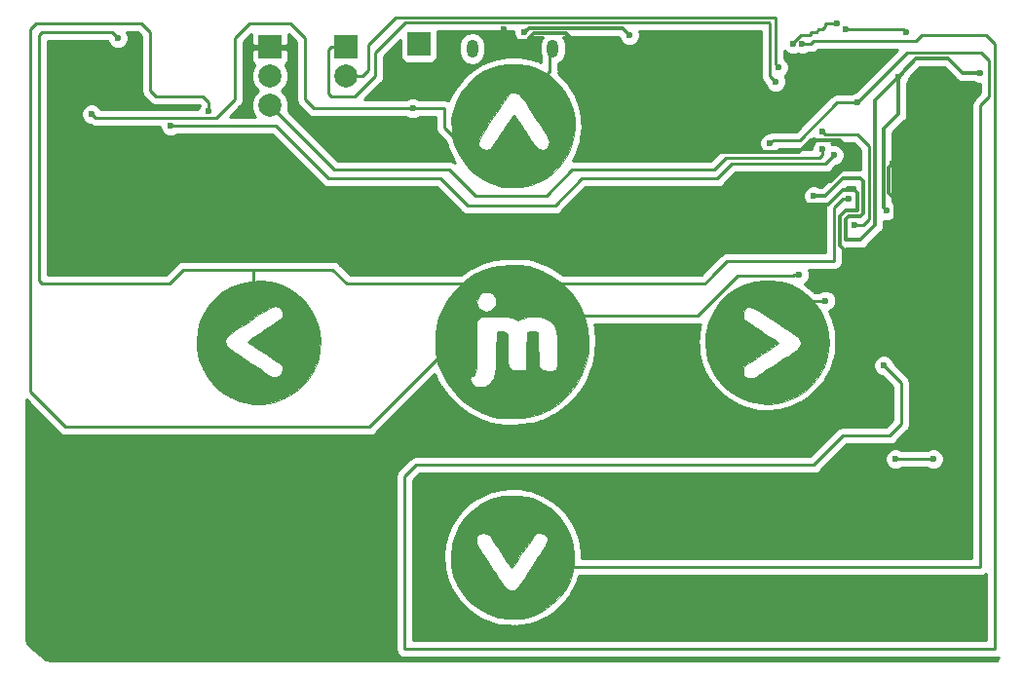
<source format=gbr>
G04 #@! TF.GenerationSoftware,KiCad,Pcbnew,(5.0.1-3-g963ef8bb5)*
G04 #@! TF.CreationDate,2018-11-30T08:58:15+00:00*
G04 #@! TF.ProjectId,invitation,696E7669746174696F6E2E6B69636164,rev?*
G04 #@! TF.SameCoordinates,Original*
G04 #@! TF.FileFunction,Copper,L1,Top,Signal*
G04 #@! TF.FilePolarity,Positive*
%FSLAX46Y46*%
G04 Gerber Fmt 4.6, Leading zero omitted, Abs format (unit mm)*
G04 Created by KiCad (PCBNEW (5.0.1-3-g963ef8bb5)) date Friday, 30 November 2018 at 08:58:15*
%MOMM*%
%LPD*%
G01*
G04 APERTURE LIST*
G04 #@! TA.AperFunction,EtchedComponent*
%ADD10C,0.010000*%
G04 #@! TD*
G04 #@! TA.AperFunction,ComponentPad*
%ADD11O,1.250000X0.950000*%
G04 #@! TD*
G04 #@! TA.AperFunction,ComponentPad*
%ADD12O,1.000000X1.550000*%
G04 #@! TD*
G04 #@! TA.AperFunction,ComponentPad*
%ADD13R,2.000000X2.000000*%
G04 #@! TD*
G04 #@! TA.AperFunction,ComponentPad*
%ADD14C,2.000000*%
G04 #@! TD*
G04 #@! TA.AperFunction,BGAPad,CuDef*
%ADD15C,1.000000*%
G04 #@! TD*
G04 #@! TA.AperFunction,ViaPad*
%ADD16C,0.600000*%
G04 #@! TD*
G04 #@! TA.AperFunction,Conductor*
%ADD17C,0.300000*%
G04 #@! TD*
G04 #@! TA.AperFunction,Conductor*
%ADD18C,0.250000*%
G04 #@! TD*
G04 #@! TA.AperFunction,Conductor*
%ADD19C,0.254000*%
G04 #@! TD*
G04 APERTURE END LIST*
D10*
G04 #@! TO.C,P4*
G36*
X141298524Y-94596623D02*
X142158751Y-94849985D01*
X142988777Y-95253521D01*
X143606156Y-95676492D01*
X144254718Y-96290941D01*
X144795698Y-97026365D01*
X145215985Y-97863208D01*
X145378988Y-98320666D01*
X145523824Y-98980546D01*
X145583546Y-99712240D01*
X145558850Y-100455010D01*
X145450431Y-101148117D01*
X145342265Y-101524023D01*
X144944227Y-102424278D01*
X144426619Y-103206619D01*
X143783835Y-103878375D01*
X143199750Y-104325088D01*
X142411837Y-104754090D01*
X141546952Y-105049501D01*
X140642274Y-105202800D01*
X139734985Y-105205470D01*
X139480333Y-105177353D01*
X138617030Y-104988883D01*
X137827459Y-104664771D01*
X137089326Y-104193590D01*
X136429631Y-103613534D01*
X135810799Y-102895863D01*
X135352219Y-102132238D01*
X135048125Y-101308739D01*
X134892751Y-100411446D01*
X134868502Y-99844666D01*
X134876944Y-99735927D01*
X137325387Y-99735927D01*
X137388497Y-100052699D01*
X137446827Y-100155489D01*
X137553218Y-100254502D01*
X137778784Y-100428787D01*
X138100456Y-100661749D01*
X138495163Y-100936790D01*
X138939836Y-101237313D01*
X139076660Y-101328060D01*
X139554503Y-101643731D01*
X140012321Y-101946398D01*
X140421168Y-102216907D01*
X140752095Y-102436104D01*
X140976156Y-102584835D01*
X141004333Y-102603597D01*
X141400732Y-102816528D01*
X141732554Y-102879422D01*
X142011570Y-102793388D01*
X142120709Y-102708574D01*
X142252652Y-102498926D01*
X142318441Y-102224180D01*
X142306519Y-101961405D01*
X142251870Y-101833864D01*
X142167733Y-101766408D01*
X141967861Y-101623860D01*
X141678293Y-101423723D01*
X141325067Y-101183499D01*
X140934223Y-100920693D01*
X140531798Y-100652807D01*
X140143832Y-100397344D01*
X139796364Y-100171809D01*
X139515431Y-99993704D01*
X139501500Y-99985057D01*
X139341465Y-99868573D01*
X139270385Y-99782547D01*
X139270158Y-99779214D01*
X139338370Y-99716237D01*
X139527487Y-99577256D01*
X139815683Y-99377383D01*
X140181133Y-99131728D01*
X140602010Y-98855400D01*
X140643213Y-98828666D01*
X141080511Y-98542680D01*
X141476326Y-98279046D01*
X141805572Y-98054852D01*
X142043168Y-97887186D01*
X142164029Y-97793134D01*
X142165721Y-97791500D01*
X142280383Y-97577670D01*
X142313033Y-97293184D01*
X142262760Y-97016035D01*
X142176544Y-96866833D01*
X141951014Y-96741639D01*
X141686177Y-96712000D01*
X141547969Y-96722415D01*
X141398624Y-96761908D01*
X141215133Y-96842846D01*
X140974490Y-96977597D01*
X140653686Y-97178529D01*
X140229713Y-97458010D01*
X139953648Y-97643333D01*
X139528012Y-97929025D01*
X139152120Y-98179258D01*
X138847790Y-98379679D01*
X138636841Y-98515933D01*
X138541091Y-98573665D01*
X138538057Y-98574666D01*
X138430683Y-98623895D01*
X138235696Y-98750588D01*
X137995107Y-98923260D01*
X137750932Y-99110423D01*
X137545182Y-99280590D01*
X137419870Y-99402273D01*
X137404422Y-99424281D01*
X137325387Y-99735927D01*
X134876944Y-99735927D01*
X134941902Y-98899286D01*
X135163536Y-98029751D01*
X135379902Y-97517177D01*
X135866606Y-96706790D01*
X136459805Y-96015990D01*
X137142413Y-95448600D01*
X137897341Y-95008444D01*
X138707504Y-94699345D01*
X139555813Y-94525126D01*
X140425182Y-94489611D01*
X141298524Y-94596623D01*
X141298524Y-94596623D01*
G37*
X141298524Y-94596623D02*
X142158751Y-94849985D01*
X142988777Y-95253521D01*
X143606156Y-95676492D01*
X144254718Y-96290941D01*
X144795698Y-97026365D01*
X145215985Y-97863208D01*
X145378988Y-98320666D01*
X145523824Y-98980546D01*
X145583546Y-99712240D01*
X145558850Y-100455010D01*
X145450431Y-101148117D01*
X145342265Y-101524023D01*
X144944227Y-102424278D01*
X144426619Y-103206619D01*
X143783835Y-103878375D01*
X143199750Y-104325088D01*
X142411837Y-104754090D01*
X141546952Y-105049501D01*
X140642274Y-105202800D01*
X139734985Y-105205470D01*
X139480333Y-105177353D01*
X138617030Y-104988883D01*
X137827459Y-104664771D01*
X137089326Y-104193590D01*
X136429631Y-103613534D01*
X135810799Y-102895863D01*
X135352219Y-102132238D01*
X135048125Y-101308739D01*
X134892751Y-100411446D01*
X134868502Y-99844666D01*
X134876944Y-99735927D01*
X137325387Y-99735927D01*
X137388497Y-100052699D01*
X137446827Y-100155489D01*
X137553218Y-100254502D01*
X137778784Y-100428787D01*
X138100456Y-100661749D01*
X138495163Y-100936790D01*
X138939836Y-101237313D01*
X139076660Y-101328060D01*
X139554503Y-101643731D01*
X140012321Y-101946398D01*
X140421168Y-102216907D01*
X140752095Y-102436104D01*
X140976156Y-102584835D01*
X141004333Y-102603597D01*
X141400732Y-102816528D01*
X141732554Y-102879422D01*
X142011570Y-102793388D01*
X142120709Y-102708574D01*
X142252652Y-102498926D01*
X142318441Y-102224180D01*
X142306519Y-101961405D01*
X142251870Y-101833864D01*
X142167733Y-101766408D01*
X141967861Y-101623860D01*
X141678293Y-101423723D01*
X141325067Y-101183499D01*
X140934223Y-100920693D01*
X140531798Y-100652807D01*
X140143832Y-100397344D01*
X139796364Y-100171809D01*
X139515431Y-99993704D01*
X139501500Y-99985057D01*
X139341465Y-99868573D01*
X139270385Y-99782547D01*
X139270158Y-99779214D01*
X139338370Y-99716237D01*
X139527487Y-99577256D01*
X139815683Y-99377383D01*
X140181133Y-99131728D01*
X140602010Y-98855400D01*
X140643213Y-98828666D01*
X141080511Y-98542680D01*
X141476326Y-98279046D01*
X141805572Y-98054852D01*
X142043168Y-97887186D01*
X142164029Y-97793134D01*
X142165721Y-97791500D01*
X142280383Y-97577670D01*
X142313033Y-97293184D01*
X142262760Y-97016035D01*
X142176544Y-96866833D01*
X141951014Y-96741639D01*
X141686177Y-96712000D01*
X141547969Y-96722415D01*
X141398624Y-96761908D01*
X141215133Y-96842846D01*
X140974490Y-96977597D01*
X140653686Y-97178529D01*
X140229713Y-97458010D01*
X139953648Y-97643333D01*
X139528012Y-97929025D01*
X139152120Y-98179258D01*
X138847790Y-98379679D01*
X138636841Y-98515933D01*
X138541091Y-98573665D01*
X138538057Y-98574666D01*
X138430683Y-98623895D01*
X138235696Y-98750588D01*
X137995107Y-98923260D01*
X137750932Y-99110423D01*
X137545182Y-99280590D01*
X137419870Y-99402273D01*
X137404422Y-99424281D01*
X137325387Y-99735927D01*
X134876944Y-99735927D01*
X134941902Y-98899286D01*
X135163536Y-98029751D01*
X135379902Y-97517177D01*
X135866606Y-96706790D01*
X136459805Y-96015990D01*
X137142413Y-95448600D01*
X137897341Y-95008444D01*
X138707504Y-94699345D01*
X139555813Y-94525126D01*
X140425182Y-94489611D01*
X141298524Y-94596623D01*
G04 #@! TO.C,P5*
G36*
X185465430Y-94528083D02*
X185640000Y-94563759D01*
X186490574Y-94846248D01*
X187284402Y-95272807D01*
X188002096Y-95824200D01*
X188624271Y-96481187D01*
X189131540Y-97224531D01*
X189504517Y-98034993D01*
X189656842Y-98550000D01*
X189749012Y-99135878D01*
X189780937Y-99800906D01*
X189752598Y-100467350D01*
X189663974Y-101057475D01*
X189657504Y-101085522D01*
X189372416Y-101940486D01*
X188947311Y-102723025D01*
X188400216Y-103420660D01*
X187749156Y-104020916D01*
X187012157Y-104511315D01*
X186207244Y-104879380D01*
X185352443Y-105112635D01*
X184465779Y-105198602D01*
X183775451Y-105156941D01*
X182849520Y-104953480D01*
X181989725Y-104601006D01*
X181210505Y-104111756D01*
X180526302Y-103497966D01*
X179951557Y-102771874D01*
X179500712Y-101945717D01*
X179275678Y-101344000D01*
X179130842Y-100684120D01*
X179071120Y-99952425D01*
X179095816Y-99209655D01*
X179204234Y-98516549D01*
X179312401Y-98140643D01*
X179625471Y-97440486D01*
X182336225Y-97440486D01*
X182348147Y-97703261D01*
X182402796Y-97830802D01*
X182486933Y-97898257D01*
X182686805Y-98040805D01*
X182976373Y-98240943D01*
X183329599Y-98481167D01*
X183720443Y-98743973D01*
X184122868Y-99011859D01*
X184510833Y-99267321D01*
X184858302Y-99492857D01*
X185139235Y-99670962D01*
X185153166Y-99679609D01*
X185313201Y-99796093D01*
X185384281Y-99882118D01*
X185384507Y-99885451D01*
X185316296Y-99948429D01*
X185127179Y-100087409D01*
X184838982Y-100287282D01*
X184473533Y-100532938D01*
X184052656Y-100809266D01*
X184011453Y-100836000D01*
X183574154Y-101121986D01*
X183178340Y-101385620D01*
X182849093Y-101609813D01*
X182611498Y-101777480D01*
X182490637Y-101871532D01*
X182488945Y-101873166D01*
X182374283Y-102086996D01*
X182341632Y-102371481D01*
X182391906Y-102648631D01*
X182478122Y-102797833D01*
X182703651Y-102923026D01*
X182968489Y-102952666D01*
X183106697Y-102942250D01*
X183256042Y-102902758D01*
X183439532Y-102821820D01*
X183680176Y-102687069D01*
X184000979Y-102486137D01*
X184424952Y-102206655D01*
X184701018Y-102021333D01*
X185126654Y-101735641D01*
X185502546Y-101485408D01*
X185806875Y-101284987D01*
X186017824Y-101148733D01*
X186113575Y-101091000D01*
X186116609Y-101090000D01*
X186223982Y-101040771D01*
X186418970Y-100914077D01*
X186659558Y-100741405D01*
X186903734Y-100554243D01*
X187109484Y-100384076D01*
X187234795Y-100262393D01*
X187250244Y-100240384D01*
X187329251Y-99929879D01*
X187267487Y-99614365D01*
X187209063Y-99510924D01*
X187099058Y-99406386D01*
X186873195Y-99229309D01*
X186557830Y-98999070D01*
X186179317Y-98735052D01*
X185875563Y-98530325D01*
X185154937Y-98052250D01*
X184560919Y-97661255D01*
X184079163Y-97350581D01*
X183695322Y-97113469D01*
X183395051Y-96943162D01*
X183164004Y-96832901D01*
X182987833Y-96775927D01*
X182852193Y-96765482D01*
X182742738Y-96794807D01*
X182645121Y-96857143D01*
X182544996Y-96945733D01*
X182533956Y-96956091D01*
X182402013Y-97165740D01*
X182336225Y-97440486D01*
X179625471Y-97440486D01*
X179711470Y-97248158D01*
X180236389Y-96457699D01*
X180875851Y-95780493D01*
X181618552Y-95227765D01*
X182453183Y-94810740D01*
X182785505Y-94692291D01*
X183408148Y-94545880D01*
X184108269Y-94467640D01*
X184816989Y-94460674D01*
X185465430Y-94528083D01*
X185465430Y-94528083D01*
G37*
X185465430Y-94528083D02*
X185640000Y-94563759D01*
X186490574Y-94846248D01*
X187284402Y-95272807D01*
X188002096Y-95824200D01*
X188624271Y-96481187D01*
X189131540Y-97224531D01*
X189504517Y-98034993D01*
X189656842Y-98550000D01*
X189749012Y-99135878D01*
X189780937Y-99800906D01*
X189752598Y-100467350D01*
X189663974Y-101057475D01*
X189657504Y-101085522D01*
X189372416Y-101940486D01*
X188947311Y-102723025D01*
X188400216Y-103420660D01*
X187749156Y-104020916D01*
X187012157Y-104511315D01*
X186207244Y-104879380D01*
X185352443Y-105112635D01*
X184465779Y-105198602D01*
X183775451Y-105156941D01*
X182849520Y-104953480D01*
X181989725Y-104601006D01*
X181210505Y-104111756D01*
X180526302Y-103497966D01*
X179951557Y-102771874D01*
X179500712Y-101945717D01*
X179275678Y-101344000D01*
X179130842Y-100684120D01*
X179071120Y-99952425D01*
X179095816Y-99209655D01*
X179204234Y-98516549D01*
X179312401Y-98140643D01*
X179625471Y-97440486D01*
X182336225Y-97440486D01*
X182348147Y-97703261D01*
X182402796Y-97830802D01*
X182486933Y-97898257D01*
X182686805Y-98040805D01*
X182976373Y-98240943D01*
X183329599Y-98481167D01*
X183720443Y-98743973D01*
X184122868Y-99011859D01*
X184510833Y-99267321D01*
X184858302Y-99492857D01*
X185139235Y-99670962D01*
X185153166Y-99679609D01*
X185313201Y-99796093D01*
X185384281Y-99882118D01*
X185384507Y-99885451D01*
X185316296Y-99948429D01*
X185127179Y-100087409D01*
X184838982Y-100287282D01*
X184473533Y-100532938D01*
X184052656Y-100809266D01*
X184011453Y-100836000D01*
X183574154Y-101121986D01*
X183178340Y-101385620D01*
X182849093Y-101609813D01*
X182611498Y-101777480D01*
X182490637Y-101871532D01*
X182488945Y-101873166D01*
X182374283Y-102086996D01*
X182341632Y-102371481D01*
X182391906Y-102648631D01*
X182478122Y-102797833D01*
X182703651Y-102923026D01*
X182968489Y-102952666D01*
X183106697Y-102942250D01*
X183256042Y-102902758D01*
X183439532Y-102821820D01*
X183680176Y-102687069D01*
X184000979Y-102486137D01*
X184424952Y-102206655D01*
X184701018Y-102021333D01*
X185126654Y-101735641D01*
X185502546Y-101485408D01*
X185806875Y-101284987D01*
X186017824Y-101148733D01*
X186113575Y-101091000D01*
X186116609Y-101090000D01*
X186223982Y-101040771D01*
X186418970Y-100914077D01*
X186659558Y-100741405D01*
X186903734Y-100554243D01*
X187109484Y-100384076D01*
X187234795Y-100262393D01*
X187250244Y-100240384D01*
X187329251Y-99929879D01*
X187267487Y-99614365D01*
X187209063Y-99510924D01*
X187099058Y-99406386D01*
X186873195Y-99229309D01*
X186557830Y-98999070D01*
X186179317Y-98735052D01*
X185875563Y-98530325D01*
X185154937Y-98052250D01*
X184560919Y-97661255D01*
X184079163Y-97350581D01*
X183695322Y-97113469D01*
X183395051Y-96943162D01*
X183164004Y-96832901D01*
X182987833Y-96775927D01*
X182852193Y-96765482D01*
X182742738Y-96794807D01*
X182645121Y-96857143D01*
X182544996Y-96945733D01*
X182533956Y-96956091D01*
X182402013Y-97165740D01*
X182336225Y-97440486D01*
X179625471Y-97440486D01*
X179711470Y-97248158D01*
X180236389Y-96457699D01*
X180875851Y-95780493D01*
X181618552Y-95227765D01*
X182453183Y-94810740D01*
X182785505Y-94692291D01*
X183408148Y-94545880D01*
X184108269Y-94467640D01*
X184816989Y-94460674D01*
X185465430Y-94528083D01*
G04 #@! TO.C,P10*
G36*
X162801355Y-75664523D02*
X163656624Y-75796793D01*
X164450157Y-76048128D01*
X164697489Y-76159902D01*
X165508040Y-76647812D01*
X166201962Y-77246440D01*
X166773513Y-77938526D01*
X167216949Y-78706810D01*
X167526528Y-79534033D01*
X167696507Y-80402935D01*
X167721142Y-81296258D01*
X167594692Y-82196740D01*
X167311413Y-83087123D01*
X167132371Y-83477666D01*
X166651562Y-84246290D01*
X166039353Y-84923130D01*
X165316369Y-85490980D01*
X164503239Y-85932632D01*
X163936333Y-86143821D01*
X163504168Y-86245948D01*
X162987377Y-86320323D01*
X162443376Y-86363005D01*
X161929580Y-86370052D01*
X161503406Y-86337525D01*
X161395478Y-86318235D01*
X160465632Y-86037513D01*
X159616165Y-85619451D01*
X158860966Y-85076321D01*
X158213927Y-84420395D01*
X157688940Y-83663944D01*
X157299894Y-82819242D01*
X157242291Y-82649161D01*
X157226610Y-82582473D01*
X159315482Y-82582473D01*
X159344807Y-82691928D01*
X159407143Y-82789545D01*
X159495733Y-82889670D01*
X159506091Y-82900709D01*
X159715740Y-83032652D01*
X159990486Y-83098441D01*
X160253261Y-83086519D01*
X160380802Y-83031870D01*
X160448257Y-82947733D01*
X160590805Y-82747861D01*
X160790943Y-82458293D01*
X161031167Y-82105067D01*
X161293973Y-81714223D01*
X161561859Y-81311798D01*
X161817321Y-80923832D01*
X162042857Y-80576364D01*
X162220962Y-80295431D01*
X162229609Y-80281500D01*
X162346093Y-80121465D01*
X162432118Y-80050385D01*
X162435451Y-80050158D01*
X162498429Y-80118370D01*
X162637409Y-80307487D01*
X162837282Y-80595683D01*
X163082938Y-80961133D01*
X163359266Y-81382010D01*
X163386000Y-81423213D01*
X163671986Y-81860511D01*
X163935620Y-82256326D01*
X164159813Y-82585572D01*
X164327480Y-82823168D01*
X164421532Y-82944029D01*
X164423166Y-82945721D01*
X164636996Y-83060383D01*
X164921481Y-83093033D01*
X165198631Y-83042760D01*
X165347833Y-82956544D01*
X165473026Y-82731014D01*
X165502666Y-82466177D01*
X165492250Y-82327969D01*
X165452758Y-82178624D01*
X165371820Y-81995133D01*
X165237069Y-81754490D01*
X165036137Y-81433686D01*
X164756655Y-81009713D01*
X164571333Y-80733648D01*
X164285641Y-80308012D01*
X164035408Y-79932120D01*
X163834987Y-79627790D01*
X163698733Y-79416841D01*
X163641000Y-79321091D01*
X163640000Y-79318057D01*
X163590771Y-79210683D01*
X163464077Y-79015696D01*
X163291405Y-78775107D01*
X163104243Y-78530932D01*
X162934076Y-78325182D01*
X162812393Y-78199870D01*
X162790384Y-78184422D01*
X162479879Y-78105414D01*
X162164365Y-78167179D01*
X162060924Y-78225603D01*
X161956386Y-78335608D01*
X161779309Y-78561470D01*
X161549070Y-78876836D01*
X161285052Y-79255349D01*
X161080325Y-79559103D01*
X160602250Y-80279729D01*
X160211255Y-80873747D01*
X159900581Y-81355503D01*
X159663469Y-81739343D01*
X159493162Y-82039614D01*
X159382901Y-82270662D01*
X159325927Y-82446833D01*
X159315482Y-82582473D01*
X157226610Y-82582473D01*
X157095880Y-82026518D01*
X157017640Y-81326397D01*
X157010674Y-80617677D01*
X157078083Y-79969236D01*
X157113759Y-79794666D01*
X157396248Y-78944091D01*
X157822807Y-78150264D01*
X158374200Y-77432570D01*
X159031187Y-76810395D01*
X159774531Y-76303126D01*
X160584993Y-75930149D01*
X161100000Y-75777823D01*
X161932947Y-75656479D01*
X162801355Y-75664523D01*
X162801355Y-75664523D01*
G37*
X162801355Y-75664523D02*
X163656624Y-75796793D01*
X164450157Y-76048128D01*
X164697489Y-76159902D01*
X165508040Y-76647812D01*
X166201962Y-77246440D01*
X166773513Y-77938526D01*
X167216949Y-78706810D01*
X167526528Y-79534033D01*
X167696507Y-80402935D01*
X167721142Y-81296258D01*
X167594692Y-82196740D01*
X167311413Y-83087123D01*
X167132371Y-83477666D01*
X166651562Y-84246290D01*
X166039353Y-84923130D01*
X165316369Y-85490980D01*
X164503239Y-85932632D01*
X163936333Y-86143821D01*
X163504168Y-86245948D01*
X162987377Y-86320323D01*
X162443376Y-86363005D01*
X161929580Y-86370052D01*
X161503406Y-86337525D01*
X161395478Y-86318235D01*
X160465632Y-86037513D01*
X159616165Y-85619451D01*
X158860966Y-85076321D01*
X158213927Y-84420395D01*
X157688940Y-83663944D01*
X157299894Y-82819242D01*
X157242291Y-82649161D01*
X157226610Y-82582473D01*
X159315482Y-82582473D01*
X159344807Y-82691928D01*
X159407143Y-82789545D01*
X159495733Y-82889670D01*
X159506091Y-82900709D01*
X159715740Y-83032652D01*
X159990486Y-83098441D01*
X160253261Y-83086519D01*
X160380802Y-83031870D01*
X160448257Y-82947733D01*
X160590805Y-82747861D01*
X160790943Y-82458293D01*
X161031167Y-82105067D01*
X161293973Y-81714223D01*
X161561859Y-81311798D01*
X161817321Y-80923832D01*
X162042857Y-80576364D01*
X162220962Y-80295431D01*
X162229609Y-80281500D01*
X162346093Y-80121465D01*
X162432118Y-80050385D01*
X162435451Y-80050158D01*
X162498429Y-80118370D01*
X162637409Y-80307487D01*
X162837282Y-80595683D01*
X163082938Y-80961133D01*
X163359266Y-81382010D01*
X163386000Y-81423213D01*
X163671986Y-81860511D01*
X163935620Y-82256326D01*
X164159813Y-82585572D01*
X164327480Y-82823168D01*
X164421532Y-82944029D01*
X164423166Y-82945721D01*
X164636996Y-83060383D01*
X164921481Y-83093033D01*
X165198631Y-83042760D01*
X165347833Y-82956544D01*
X165473026Y-82731014D01*
X165502666Y-82466177D01*
X165492250Y-82327969D01*
X165452758Y-82178624D01*
X165371820Y-81995133D01*
X165237069Y-81754490D01*
X165036137Y-81433686D01*
X164756655Y-81009713D01*
X164571333Y-80733648D01*
X164285641Y-80308012D01*
X164035408Y-79932120D01*
X163834987Y-79627790D01*
X163698733Y-79416841D01*
X163641000Y-79321091D01*
X163640000Y-79318057D01*
X163590771Y-79210683D01*
X163464077Y-79015696D01*
X163291405Y-78775107D01*
X163104243Y-78530932D01*
X162934076Y-78325182D01*
X162812393Y-78199870D01*
X162790384Y-78184422D01*
X162479879Y-78105414D01*
X162164365Y-78167179D01*
X162060924Y-78225603D01*
X161956386Y-78335608D01*
X161779309Y-78561470D01*
X161549070Y-78876836D01*
X161285052Y-79255349D01*
X161080325Y-79559103D01*
X160602250Y-80279729D01*
X160211255Y-80873747D01*
X159900581Y-81355503D01*
X159663469Y-81739343D01*
X159493162Y-82039614D01*
X159382901Y-82270662D01*
X159325927Y-82446833D01*
X159315482Y-82582473D01*
X157226610Y-82582473D01*
X157095880Y-82026518D01*
X157017640Y-81326397D01*
X157010674Y-80617677D01*
X157078083Y-79969236D01*
X157113759Y-79794666D01*
X157396248Y-78944091D01*
X157822807Y-78150264D01*
X158374200Y-77432570D01*
X159031187Y-76810395D01*
X159774531Y-76303126D01*
X160584993Y-75930149D01*
X161100000Y-75777823D01*
X161932947Y-75656479D01*
X162801355Y-75664523D01*
G04 #@! TO.C,P11*
G36*
X162905010Y-113175816D02*
X163598117Y-113284234D01*
X163974023Y-113392401D01*
X164866508Y-113791470D01*
X165656966Y-114316389D01*
X166334172Y-114955851D01*
X166886901Y-115698552D01*
X167303925Y-116533183D01*
X167422374Y-116865505D01*
X167568786Y-117488148D01*
X167647025Y-118188269D01*
X167653991Y-118896989D01*
X167586583Y-119545430D01*
X167550906Y-119720000D01*
X167268418Y-120570574D01*
X166841858Y-121364402D01*
X166290466Y-122082096D01*
X165633478Y-122704271D01*
X164890135Y-123211540D01*
X164079673Y-123584517D01*
X163564666Y-123736842D01*
X163049079Y-123818740D01*
X162445109Y-123854036D01*
X161823536Y-123842816D01*
X161255143Y-123785166D01*
X160990895Y-123733712D01*
X160169057Y-123451008D01*
X159390004Y-123020770D01*
X158679430Y-122463932D01*
X158063032Y-121801429D01*
X157566506Y-121054195D01*
X157467256Y-120863000D01*
X157162961Y-120099162D01*
X156991393Y-119298651D01*
X156942412Y-118450000D01*
X157028648Y-117513130D01*
X157154958Y-117048489D01*
X159162000Y-117048489D01*
X159172415Y-117186697D01*
X159211908Y-117336042D01*
X159292846Y-117519532D01*
X159427597Y-117760176D01*
X159628529Y-118080979D01*
X159908010Y-118504952D01*
X160093333Y-118781018D01*
X160379025Y-119206654D01*
X160629258Y-119582546D01*
X160829679Y-119886875D01*
X160965933Y-120097824D01*
X161023665Y-120193575D01*
X161024666Y-120196609D01*
X161073048Y-120299647D01*
X161197500Y-120491751D01*
X161366985Y-120730831D01*
X161550463Y-120974799D01*
X161716897Y-121181566D01*
X161835247Y-121309044D01*
X161857554Y-121326019D01*
X162140934Y-121405489D01*
X162448611Y-121365899D01*
X162603742Y-121289063D01*
X162708279Y-121179058D01*
X162885357Y-120953195D01*
X163115595Y-120637830D01*
X163379614Y-120259317D01*
X163584341Y-119955563D01*
X164062416Y-119234937D01*
X164453411Y-118640919D01*
X164764085Y-118159163D01*
X165001196Y-117775322D01*
X165171503Y-117475051D01*
X165281764Y-117244004D01*
X165338738Y-117067833D01*
X165349184Y-116932193D01*
X165319859Y-116822738D01*
X165257523Y-116725121D01*
X165168933Y-116624996D01*
X165158574Y-116613956D01*
X164948926Y-116482013D01*
X164674180Y-116416225D01*
X164411405Y-116428147D01*
X164283864Y-116482796D01*
X164216408Y-116566933D01*
X164073860Y-116766805D01*
X163873723Y-117056373D01*
X163633499Y-117409599D01*
X163370693Y-117800443D01*
X163102807Y-118202868D01*
X162847344Y-118590833D01*
X162621809Y-118938302D01*
X162443704Y-119219235D01*
X162435057Y-119233166D01*
X162318573Y-119393201D01*
X162232547Y-119464281D01*
X162229214Y-119464507D01*
X162166237Y-119396296D01*
X162027256Y-119207179D01*
X161827383Y-118918982D01*
X161581728Y-118553533D01*
X161305400Y-118132656D01*
X161278666Y-118091453D01*
X160992680Y-117654154D01*
X160729046Y-117258340D01*
X160504852Y-116929093D01*
X160337186Y-116691498D01*
X160243134Y-116570637D01*
X160241500Y-116568945D01*
X160027670Y-116454283D01*
X159743184Y-116421632D01*
X159466035Y-116471906D01*
X159316833Y-116558122D01*
X159191639Y-116783651D01*
X159162000Y-117048489D01*
X157154958Y-117048489D01*
X157269260Y-116628025D01*
X157653484Y-115809012D01*
X158170551Y-115070417D01*
X158809696Y-114426568D01*
X159560153Y-113891791D01*
X160411155Y-113480412D01*
X160770666Y-113355678D01*
X161430546Y-113210842D01*
X162162240Y-113151120D01*
X162905010Y-113175816D01*
X162905010Y-113175816D01*
G37*
X162905010Y-113175816D02*
X163598117Y-113284234D01*
X163974023Y-113392401D01*
X164866508Y-113791470D01*
X165656966Y-114316389D01*
X166334172Y-114955851D01*
X166886901Y-115698552D01*
X167303925Y-116533183D01*
X167422374Y-116865505D01*
X167568786Y-117488148D01*
X167647025Y-118188269D01*
X167653991Y-118896989D01*
X167586583Y-119545430D01*
X167550906Y-119720000D01*
X167268418Y-120570574D01*
X166841858Y-121364402D01*
X166290466Y-122082096D01*
X165633478Y-122704271D01*
X164890135Y-123211540D01*
X164079673Y-123584517D01*
X163564666Y-123736842D01*
X163049079Y-123818740D01*
X162445109Y-123854036D01*
X161823536Y-123842816D01*
X161255143Y-123785166D01*
X160990895Y-123733712D01*
X160169057Y-123451008D01*
X159390004Y-123020770D01*
X158679430Y-122463932D01*
X158063032Y-121801429D01*
X157566506Y-121054195D01*
X157467256Y-120863000D01*
X157162961Y-120099162D01*
X156991393Y-119298651D01*
X156942412Y-118450000D01*
X157028648Y-117513130D01*
X157154958Y-117048489D01*
X159162000Y-117048489D01*
X159172415Y-117186697D01*
X159211908Y-117336042D01*
X159292846Y-117519532D01*
X159427597Y-117760176D01*
X159628529Y-118080979D01*
X159908010Y-118504952D01*
X160093333Y-118781018D01*
X160379025Y-119206654D01*
X160629258Y-119582546D01*
X160829679Y-119886875D01*
X160965933Y-120097824D01*
X161023665Y-120193575D01*
X161024666Y-120196609D01*
X161073048Y-120299647D01*
X161197500Y-120491751D01*
X161366985Y-120730831D01*
X161550463Y-120974799D01*
X161716897Y-121181566D01*
X161835247Y-121309044D01*
X161857554Y-121326019D01*
X162140934Y-121405489D01*
X162448611Y-121365899D01*
X162603742Y-121289063D01*
X162708279Y-121179058D01*
X162885357Y-120953195D01*
X163115595Y-120637830D01*
X163379614Y-120259317D01*
X163584341Y-119955563D01*
X164062416Y-119234937D01*
X164453411Y-118640919D01*
X164764085Y-118159163D01*
X165001196Y-117775322D01*
X165171503Y-117475051D01*
X165281764Y-117244004D01*
X165338738Y-117067833D01*
X165349184Y-116932193D01*
X165319859Y-116822738D01*
X165257523Y-116725121D01*
X165168933Y-116624996D01*
X165158574Y-116613956D01*
X164948926Y-116482013D01*
X164674180Y-116416225D01*
X164411405Y-116428147D01*
X164283864Y-116482796D01*
X164216408Y-116566933D01*
X164073860Y-116766805D01*
X163873723Y-117056373D01*
X163633499Y-117409599D01*
X163370693Y-117800443D01*
X163102807Y-118202868D01*
X162847344Y-118590833D01*
X162621809Y-118938302D01*
X162443704Y-119219235D01*
X162435057Y-119233166D01*
X162318573Y-119393201D01*
X162232547Y-119464281D01*
X162229214Y-119464507D01*
X162166237Y-119396296D01*
X162027256Y-119207179D01*
X161827383Y-118918982D01*
X161581728Y-118553533D01*
X161305400Y-118132656D01*
X161278666Y-118091453D01*
X160992680Y-117654154D01*
X160729046Y-117258340D01*
X160504852Y-116929093D01*
X160337186Y-116691498D01*
X160243134Y-116570637D01*
X160241500Y-116568945D01*
X160027670Y-116454283D01*
X159743184Y-116421632D01*
X159466035Y-116471906D01*
X159316833Y-116558122D01*
X159191639Y-116783651D01*
X159162000Y-117048489D01*
X157154958Y-117048489D01*
X157269260Y-116628025D01*
X157653484Y-115809012D01*
X158170551Y-115070417D01*
X158809696Y-114426568D01*
X159560153Y-113891791D01*
X160411155Y-113480412D01*
X160770666Y-113355678D01*
X161430546Y-113210842D01*
X162162240Y-113151120D01*
X162905010Y-113175816D01*
G04 #@! TO.C,P2*
G36*
X163067989Y-93151201D02*
X163501919Y-93191849D01*
X163764000Y-93242826D01*
X164847228Y-93622621D01*
X165808623Y-94119468D01*
X166650234Y-94734977D01*
X167374111Y-95470760D01*
X167982303Y-96328427D01*
X168209156Y-96735848D01*
X168600018Y-97671662D01*
X168843413Y-98662924D01*
X168938779Y-99682909D01*
X168885560Y-100704891D01*
X168683194Y-101702146D01*
X168332826Y-102644313D01*
X167826547Y-103530719D01*
X167184089Y-104333465D01*
X166425043Y-105035306D01*
X165568997Y-105618994D01*
X164635539Y-106067283D01*
X164314333Y-106182405D01*
X163755842Y-106319377D01*
X163090574Y-106409073D01*
X162374876Y-106449650D01*
X161665095Y-106439264D01*
X161017579Y-106376071D01*
X160643600Y-106302505D01*
X159677246Y-105973386D01*
X158768411Y-105496974D01*
X157937995Y-104890122D01*
X157206899Y-104169680D01*
X156596025Y-103352499D01*
X156427691Y-103052704D01*
X158615684Y-103052704D01*
X158724192Y-103326517D01*
X158726331Y-103330663D01*
X158888738Y-103568206D01*
X159096741Y-103696200D01*
X159395756Y-103735429D01*
X159594817Y-103728169D01*
X159946935Y-103671980D01*
X160197812Y-103547063D01*
X160262485Y-103492980D01*
X160435956Y-103287802D01*
X160608703Y-103014187D01*
X160663082Y-102907333D01*
X160723722Y-102763033D01*
X160769832Y-102606721D01*
X160803954Y-102412002D01*
X160828629Y-102152482D01*
X160846398Y-101801765D01*
X160859804Y-101333456D01*
X160870929Y-100748583D01*
X160886258Y-100068888D01*
X160907006Y-99551606D01*
X160933648Y-99189888D01*
X160966662Y-98976888D01*
X160998847Y-98908379D01*
X161219224Y-98847570D01*
X161489817Y-98868040D01*
X161717787Y-98960468D01*
X161746499Y-98983455D01*
X161804575Y-99051939D01*
X161846168Y-99153363D01*
X161873959Y-99314156D01*
X161890625Y-99560745D01*
X161898845Y-99919560D01*
X161901297Y-100417029D01*
X161901333Y-100511304D01*
X161902144Y-101025743D01*
X161907042Y-101398767D01*
X161919720Y-101658297D01*
X161943875Y-101832250D01*
X161983201Y-101948545D01*
X162041394Y-102035101D01*
X162113019Y-102110716D01*
X162245418Y-102224726D01*
X162388291Y-102285107D01*
X162595445Y-102304683D01*
X162896186Y-102297367D01*
X163467666Y-102272333D01*
X163510000Y-100623254D01*
X163552333Y-98974175D01*
X163785166Y-98892410D01*
X164119745Y-98860268D01*
X164250833Y-98892318D01*
X164483666Y-98973991D01*
X164529200Y-100411495D01*
X164548321Y-100897300D01*
X164572398Y-101331265D01*
X164599137Y-101681918D01*
X164626243Y-101917788D01*
X164644995Y-101999518D01*
X164783800Y-102173431D01*
X165019833Y-102274407D01*
X165382209Y-102313341D01*
X165487175Y-102314666D01*
X165744282Y-102315388D01*
X165933030Y-102302498D01*
X166063945Y-102253411D01*
X166147551Y-102145542D01*
X166194371Y-101956306D01*
X166214930Y-101663119D01*
X166219751Y-101243395D01*
X166219333Y-100743442D01*
X166213876Y-100225063D01*
X166198785Y-99732202D01*
X166175983Y-99303971D01*
X166147390Y-98979480D01*
X166125735Y-98838569D01*
X165944782Y-98379621D01*
X165630791Y-98002004D01*
X165211973Y-97735360D01*
X165005887Y-97661981D01*
X164587134Y-97593707D01*
X164107063Y-97590189D01*
X163633572Y-97646416D01*
X163234558Y-97757373D01*
X163141386Y-97799628D01*
X162936399Y-97897912D01*
X162793662Y-97923069D01*
X162634860Y-97874133D01*
X162464195Y-97791270D01*
X162301693Y-97720757D01*
X162119763Y-97670396D01*
X161885189Y-97636156D01*
X161564753Y-97614005D01*
X161125238Y-97599912D01*
X160843000Y-97594502D01*
X160381670Y-97589872D01*
X159968385Y-97591398D01*
X159638540Y-97598528D01*
X159427533Y-97610709D01*
X159382500Y-97617282D01*
X159192000Y-97661226D01*
X159192000Y-99949817D01*
X159189987Y-100702671D01*
X159182159Y-101304210D01*
X159165831Y-101772423D01*
X159138318Y-102125300D01*
X159096935Y-102380829D01*
X159038997Y-102557000D01*
X158961819Y-102671803D01*
X158862718Y-102743226D01*
X158769595Y-102780038D01*
X158630308Y-102877036D01*
X158615684Y-103052704D01*
X156427691Y-103052704D01*
X156274755Y-102780333D01*
X156004926Y-102195631D01*
X155815275Y-101677555D01*
X155693130Y-101170480D01*
X155625817Y-100618783D01*
X155600661Y-99966839D01*
X155599565Y-99817000D01*
X155613839Y-99134921D01*
X155669521Y-98564241D01*
X155778167Y-98049675D01*
X155951334Y-97535941D01*
X156190910Y-96988181D01*
X156580324Y-96303333D01*
X159192000Y-96303333D01*
X159263325Y-96658333D01*
X159452937Y-96929713D01*
X159724287Y-97102325D01*
X160040830Y-97161025D01*
X160366017Y-97090667D01*
X160637846Y-96902512D01*
X160838377Y-96601097D01*
X160896111Y-96275173D01*
X160826194Y-95961289D01*
X160643770Y-95695990D01*
X160363987Y-95515824D01*
X160038666Y-95456666D01*
X159669972Y-95530839D01*
X159390564Y-95736493D01*
X159225737Y-96048334D01*
X159192000Y-96303333D01*
X156580324Y-96303333D01*
X156725910Y-96047298D01*
X157385516Y-95217269D01*
X158159248Y-94506841D01*
X159036628Y-93924761D01*
X160007175Y-93479775D01*
X160631333Y-93281834D01*
X160995930Y-93213163D01*
X161469395Y-93165173D01*
X162004227Y-93138455D01*
X162552925Y-93133600D01*
X163067989Y-93151201D01*
X163067989Y-93151201D01*
G37*
X163067989Y-93151201D02*
X163501919Y-93191849D01*
X163764000Y-93242826D01*
X164847228Y-93622621D01*
X165808623Y-94119468D01*
X166650234Y-94734977D01*
X167374111Y-95470760D01*
X167982303Y-96328427D01*
X168209156Y-96735848D01*
X168600018Y-97671662D01*
X168843413Y-98662924D01*
X168938779Y-99682909D01*
X168885560Y-100704891D01*
X168683194Y-101702146D01*
X168332826Y-102644313D01*
X167826547Y-103530719D01*
X167184089Y-104333465D01*
X166425043Y-105035306D01*
X165568997Y-105618994D01*
X164635539Y-106067283D01*
X164314333Y-106182405D01*
X163755842Y-106319377D01*
X163090574Y-106409073D01*
X162374876Y-106449650D01*
X161665095Y-106439264D01*
X161017579Y-106376071D01*
X160643600Y-106302505D01*
X159677246Y-105973386D01*
X158768411Y-105496974D01*
X157937995Y-104890122D01*
X157206899Y-104169680D01*
X156596025Y-103352499D01*
X156427691Y-103052704D01*
X158615684Y-103052704D01*
X158724192Y-103326517D01*
X158726331Y-103330663D01*
X158888738Y-103568206D01*
X159096741Y-103696200D01*
X159395756Y-103735429D01*
X159594817Y-103728169D01*
X159946935Y-103671980D01*
X160197812Y-103547063D01*
X160262485Y-103492980D01*
X160435956Y-103287802D01*
X160608703Y-103014187D01*
X160663082Y-102907333D01*
X160723722Y-102763033D01*
X160769832Y-102606721D01*
X160803954Y-102412002D01*
X160828629Y-102152482D01*
X160846398Y-101801765D01*
X160859804Y-101333456D01*
X160870929Y-100748583D01*
X160886258Y-100068888D01*
X160907006Y-99551606D01*
X160933648Y-99189888D01*
X160966662Y-98976888D01*
X160998847Y-98908379D01*
X161219224Y-98847570D01*
X161489817Y-98868040D01*
X161717787Y-98960468D01*
X161746499Y-98983455D01*
X161804575Y-99051939D01*
X161846168Y-99153363D01*
X161873959Y-99314156D01*
X161890625Y-99560745D01*
X161898845Y-99919560D01*
X161901297Y-100417029D01*
X161901333Y-100511304D01*
X161902144Y-101025743D01*
X161907042Y-101398767D01*
X161919720Y-101658297D01*
X161943875Y-101832250D01*
X161983201Y-101948545D01*
X162041394Y-102035101D01*
X162113019Y-102110716D01*
X162245418Y-102224726D01*
X162388291Y-102285107D01*
X162595445Y-102304683D01*
X162896186Y-102297367D01*
X163467666Y-102272333D01*
X163510000Y-100623254D01*
X163552333Y-98974175D01*
X163785166Y-98892410D01*
X164119745Y-98860268D01*
X164250833Y-98892318D01*
X164483666Y-98973991D01*
X164529200Y-100411495D01*
X164548321Y-100897300D01*
X164572398Y-101331265D01*
X164599137Y-101681918D01*
X164626243Y-101917788D01*
X164644995Y-101999518D01*
X164783800Y-102173431D01*
X165019833Y-102274407D01*
X165382209Y-102313341D01*
X165487175Y-102314666D01*
X165744282Y-102315388D01*
X165933030Y-102302498D01*
X166063945Y-102253411D01*
X166147551Y-102145542D01*
X166194371Y-101956306D01*
X166214930Y-101663119D01*
X166219751Y-101243395D01*
X166219333Y-100743442D01*
X166213876Y-100225063D01*
X166198785Y-99732202D01*
X166175983Y-99303971D01*
X166147390Y-98979480D01*
X166125735Y-98838569D01*
X165944782Y-98379621D01*
X165630791Y-98002004D01*
X165211973Y-97735360D01*
X165005887Y-97661981D01*
X164587134Y-97593707D01*
X164107063Y-97590189D01*
X163633572Y-97646416D01*
X163234558Y-97757373D01*
X163141386Y-97799628D01*
X162936399Y-97897912D01*
X162793662Y-97923069D01*
X162634860Y-97874133D01*
X162464195Y-97791270D01*
X162301693Y-97720757D01*
X162119763Y-97670396D01*
X161885189Y-97636156D01*
X161564753Y-97614005D01*
X161125238Y-97599912D01*
X160843000Y-97594502D01*
X160381670Y-97589872D01*
X159968385Y-97591398D01*
X159638540Y-97598528D01*
X159427533Y-97610709D01*
X159382500Y-97617282D01*
X159192000Y-97661226D01*
X159192000Y-99949817D01*
X159189987Y-100702671D01*
X159182159Y-101304210D01*
X159165831Y-101772423D01*
X159138318Y-102125300D01*
X159096935Y-102380829D01*
X159038997Y-102557000D01*
X158961819Y-102671803D01*
X158862718Y-102743226D01*
X158769595Y-102780038D01*
X158630308Y-102877036D01*
X158615684Y-103052704D01*
X156427691Y-103052704D01*
X156274755Y-102780333D01*
X156004926Y-102195631D01*
X155815275Y-101677555D01*
X155693130Y-101170480D01*
X155625817Y-100618783D01*
X155600661Y-99966839D01*
X155599565Y-99817000D01*
X155613839Y-99134921D01*
X155669521Y-98564241D01*
X155778167Y-98049675D01*
X155951334Y-97535941D01*
X156190910Y-96988181D01*
X156580324Y-96303333D01*
X159192000Y-96303333D01*
X159263325Y-96658333D01*
X159452937Y-96929713D01*
X159724287Y-97102325D01*
X160040830Y-97161025D01*
X160366017Y-97090667D01*
X160637846Y-96902512D01*
X160838377Y-96601097D01*
X160896111Y-96275173D01*
X160826194Y-95961289D01*
X160643770Y-95695990D01*
X160363987Y-95515824D01*
X160038666Y-95456666D01*
X159669972Y-95530839D01*
X159390564Y-95736493D01*
X159225737Y-96048334D01*
X159192000Y-96303333D01*
X156580324Y-96303333D01*
X156725910Y-96047298D01*
X157385516Y-95217269D01*
X158159248Y-94506841D01*
X159036628Y-93924761D01*
X160007175Y-93479775D01*
X160631333Y-93281834D01*
X160995930Y-93213163D01*
X161469395Y-93165173D01*
X162004227Y-93138455D01*
X162552925Y-93133600D01*
X163067989Y-93151201D01*
G04 #@! TD*
D11*
G04 #@! TO.P,P1,6*
G04 #@! TO.N,Net-(P1-Pad6)*
X159805100Y-77000540D03*
X164805100Y-77000540D03*
D12*
X158805100Y-74300540D03*
X165805100Y-74300540D03*
G04 #@! TD*
D13*
G04 #@! TO.P,P3,1*
G04 #@! TO.N,GND*
X141224000Y-74168000D03*
D14*
G04 #@! TO.P,P3,2*
G04 #@! TO.N,VCC*
X141224000Y-76708000D03*
G04 #@! TO.P,P3,3*
G04 #@! TO.N,SCLK*
X141224000Y-79248000D03*
G04 #@! TD*
D13*
G04 #@! TO.P,P8,1*
G04 #@! TO.N,RESET*
X154178000Y-73914000D03*
G04 #@! TD*
G04 #@! TO.P,P9,1*
G04 #@! TO.N,MOSI*
X147828000Y-74168000D03*
D14*
G04 #@! TO.P,P9,2*
G04 #@! TO.N,MISO*
X147828000Y-76708000D03*
G04 #@! TD*
D15*
G04 #@! TO.P,P4,1*
G04 #@! TO.N,leftArrSens*
X142740000Y-99760000D03*
G04 #@! TD*
G04 #@! TO.P,P5,1*
G04 #@! TO.N,rightArrSens*
X181830000Y-99820000D03*
G04 #@! TD*
G04 #@! TO.P,P10,1*
G04 #@! TO.N,upArrSens*
X162370000Y-83520000D03*
G04 #@! TD*
G04 #@! TO.P,P11,1*
G04 #@! TO.N,downArrSens*
X162210000Y-115910000D03*
G04 #@! TD*
G04 #@! TO.P,P2,1*
G04 #@! TO.N,homeSens*
X163510000Y-95880000D03*
G04 #@! TD*
D16*
G04 #@! TO.N,GND*
X191008000Y-75438000D03*
X199898000Y-76200000D03*
X195580000Y-91440000D03*
X198374000Y-84836000D03*
X201676000Y-87884000D03*
X179578000Y-83820000D03*
X185674000Y-80772000D03*
X172720000Y-78232000D03*
X161500000Y-72650000D03*
X195326000Y-84328000D03*
G04 #@! TO.N,VCC*
X195834000Y-76810000D03*
X172466000Y-73152000D03*
X163322000Y-72898000D03*
X188468000Y-87122000D03*
X202946000Y-76454000D03*
X194818000Y-88392000D03*
G04 #@! TO.N,interactLED*
X195580000Y-109982000D03*
X198882000Y-109982000D03*
G04 #@! TO.N,SCLK*
X189230000Y-83058000D03*
G04 #@! TO.N,MISO*
X185420000Y-75946000D03*
G04 #@! TO.N,MOSI*
X185166000Y-77216000D03*
G04 #@! TO.N,RESET*
X190500000Y-72136000D03*
X186690000Y-73914000D03*
G04 #@! TO.N,TXLED*
X196532000Y-72898000D03*
X191262000Y-72644000D03*
G04 #@! TO.N,Net-(C0-Pad1)*
X192024000Y-89662000D03*
X189230000Y-81534000D03*
G04 #@! TO.N,homeSens*
X135890000Y-79756000D03*
X187210000Y-93960000D03*
G04 #@! TO.N,leftArrSens*
X191516000Y-87376000D03*
X128016000Y-73406000D03*
G04 #@! TO.N,rightArrSens*
X189500000Y-96230000D03*
G04 #@! TO.N,upArrSens*
X125730000Y-80010000D03*
X153630000Y-79502000D03*
G04 #@! TO.N,downArrSens*
X184658000Y-82550000D03*
X192278000Y-78994000D03*
G04 #@! TO.N,downArrBtn*
X132588000Y-81026000D03*
X190246000Y-83566000D03*
G04 #@! TO.N,powerLED*
X194564000Y-101854000D03*
X187452000Y-73914000D03*
G04 #@! TD*
D17*
G04 #@! TO.N,GND*
X185674000Y-80772000D02*
X186182000Y-80772000D01*
X191008000Y-75946000D02*
X191008000Y-75438000D01*
X190500000Y-76454000D02*
X191008000Y-75946000D01*
X187706000Y-76454000D02*
X190500000Y-76454000D01*
X186944000Y-77216000D02*
X187706000Y-76454000D01*
X186944000Y-80010000D02*
X186944000Y-77216000D01*
X186182000Y-80772000D02*
X186944000Y-80010000D01*
X199898000Y-76200000D02*
X199390000Y-76708000D01*
X199390000Y-76708000D02*
X199390000Y-84836000D01*
X198374000Y-84836000D02*
X199390000Y-84836000D01*
X201676000Y-87884000D02*
X201676000Y-90932000D01*
X201168000Y-91440000D02*
X195580000Y-91440000D01*
X201676000Y-90932000D02*
X201168000Y-91440000D01*
X198374000Y-84836000D02*
X196088000Y-84836000D01*
X198374000Y-87630000D02*
X198374000Y-84836000D01*
X198628000Y-87884000D02*
X198374000Y-87630000D01*
X201676000Y-87884000D02*
X198628000Y-87884000D01*
X185166000Y-80264000D02*
X180086000Y-80264000D01*
X185674000Y-80772000D02*
X185166000Y-80264000D01*
X177546000Y-78232000D02*
X179832000Y-80518000D01*
X179832000Y-80518000D02*
X179578000Y-80772000D01*
X180086000Y-80264000D02*
X179832000Y-80518000D01*
X172720000Y-78232000D02*
X177546000Y-78232000D01*
X195326000Y-84328000D02*
X195834000Y-84328000D01*
X195834000Y-84328000D02*
X196088000Y-84582000D01*
X196088000Y-84582000D02*
X196088000Y-84836000D01*
X179578000Y-83312000D02*
X179578000Y-83820000D01*
X179578000Y-80772000D02*
X179578000Y-83312000D01*
X167380000Y-75686000D02*
X169926000Y-78232000D01*
X167380000Y-73440000D02*
X167380000Y-75686000D01*
X166940000Y-73000000D02*
X167380000Y-73440000D01*
X164200000Y-73000000D02*
X166940000Y-73000000D01*
X163570000Y-73630000D02*
X164200000Y-73000000D01*
X169926000Y-78232000D02*
X172720000Y-78232000D01*
X163570000Y-73660000D02*
X163570000Y-73630000D01*
X162510000Y-73660000D02*
X161500000Y-72650000D01*
X163030000Y-73660000D02*
X162510000Y-73660000D01*
X163030000Y-73660000D02*
X163570000Y-73660000D01*
X195026001Y-84627999D02*
X195326000Y-84328000D01*
X195026001Y-86868000D02*
X195026001Y-84627999D01*
X195580000Y-87421999D02*
X195026001Y-86868000D01*
X192786000Y-91948000D02*
X195580000Y-89154000D01*
X191262000Y-91948000D02*
X192786000Y-91948000D01*
X195580000Y-89154000D02*
X195580000Y-87421999D01*
X191008000Y-86614000D02*
X192024000Y-86614000D01*
X189738000Y-87884000D02*
X191008000Y-86614000D01*
X187706000Y-87884000D02*
X189738000Y-87884000D01*
X187198000Y-87376000D02*
X187706000Y-87884000D01*
X191770000Y-83312000D02*
X191770000Y-84074000D01*
X187198000Y-86614000D02*
X187198000Y-87376000D01*
X190754000Y-91440000D02*
X191262000Y-91948000D01*
X187960000Y-85852000D02*
X187198000Y-86614000D01*
X189992000Y-85852000D02*
X187960000Y-85852000D01*
X190754000Y-88900000D02*
X190754000Y-91440000D01*
X191770000Y-84074000D02*
X189992000Y-85852000D01*
X190754000Y-82296000D02*
X191770000Y-83312000D01*
X187198000Y-83312000D02*
X188214000Y-82296000D01*
X188214000Y-82296000D02*
X190754000Y-82296000D01*
X179578000Y-83312000D02*
X187198000Y-83312000D01*
X191262000Y-88392000D02*
X192278000Y-88392000D01*
X191262000Y-88392000D02*
X190754000Y-88900000D01*
X192278000Y-86868000D02*
X192024000Y-86614000D01*
X192278000Y-88392000D02*
X192278000Y-86868000D01*
G04 #@! TO.N,VCC*
X196133999Y-76510001D02*
X196133999Y-76408001D01*
X195834000Y-76810000D02*
X196133999Y-76510001D01*
X196133999Y-76408001D02*
X197358000Y-75184000D01*
X197358000Y-75184000D02*
X200152000Y-75184000D01*
X200152000Y-75184000D02*
X201422000Y-76454000D01*
X195834000Y-80010000D02*
X195834000Y-76810000D01*
X195072000Y-80772000D02*
X195834000Y-80010000D01*
X163621999Y-72598001D02*
X163661999Y-72598001D01*
X163322000Y-72898000D02*
X163621999Y-72598001D01*
X163661999Y-72598001D02*
X163740000Y-72520000D01*
X171834000Y-72520000D02*
X172466000Y-73152000D01*
X163740000Y-72520000D02*
X171834000Y-72520000D01*
X202184000Y-76454000D02*
X202946000Y-76454000D01*
X201422000Y-76454000D02*
X202184000Y-76454000D01*
X195072000Y-80772000D02*
X194564000Y-81280000D01*
X194564000Y-81280000D02*
X194564000Y-85852000D01*
X194564000Y-85852000D02*
X194564000Y-87884000D01*
X194564000Y-88138000D02*
X194818000Y-88392000D01*
X194564000Y-87884000D02*
X194564000Y-88138000D01*
X189484000Y-87122000D02*
X188468000Y-87122000D01*
X191008000Y-85598000D02*
X189484000Y-87122000D01*
X192786000Y-88646000D02*
X192786000Y-85852000D01*
X192786000Y-85852000D02*
X192532000Y-85598000D01*
X191262000Y-90932000D02*
X191262000Y-89154000D01*
X192532000Y-88900000D02*
X192786000Y-88646000D01*
X191262000Y-89154000D02*
X191516000Y-88900000D01*
X195834000Y-76810000D02*
X193802000Y-78842000D01*
X192532000Y-90932000D02*
X191262000Y-90932000D01*
X191516000Y-88900000D02*
X192532000Y-88900000D01*
X193802000Y-89662000D02*
X192532000Y-90932000D01*
X193802000Y-78842000D02*
X193802000Y-89662000D01*
X192532000Y-85598000D02*
X191008000Y-85598000D01*
D18*
G04 #@! TO.N,Net-(P1-Pad6)*
X165551100Y-76256900D02*
X165551100Y-74300540D01*
X164807460Y-77000540D02*
X165551100Y-76256900D01*
X164551100Y-77000540D02*
X164807460Y-77000540D01*
X159551100Y-77000540D02*
X164551100Y-77000540D01*
G04 #@! TO.N,interactLED*
X198882000Y-109982000D02*
X195580000Y-109982000D01*
G04 #@! TO.N,SCLK*
X189230000Y-83566000D02*
X189230000Y-83058000D01*
X188976000Y-83820000D02*
X189230000Y-83566000D01*
X180848000Y-83820000D02*
X188976000Y-83820000D01*
X156826000Y-84836000D02*
X158830000Y-86840000D01*
X179832000Y-84836000D02*
X180848000Y-83820000D01*
X165236000Y-87110000D02*
X167510000Y-84836000D01*
X159090000Y-87110000D02*
X165236000Y-87110000D01*
X158830000Y-86850000D02*
X159090000Y-87110000D01*
X158830000Y-86840000D02*
X158830000Y-86850000D01*
X167510000Y-84836000D02*
X179832000Y-84836000D01*
X146812000Y-84836000D02*
X156826000Y-84836000D01*
X141224000Y-79248000D02*
X146812000Y-84836000D01*
G04 #@! TO.N,MISO*
X185166000Y-75692000D02*
X185420000Y-75946000D01*
X149750213Y-74023787D02*
X152146000Y-71628000D01*
X185166000Y-71628000D02*
X185166000Y-75692000D01*
X149750213Y-76200000D02*
X149750213Y-74023787D01*
X149242213Y-76708000D02*
X149750213Y-76200000D01*
X152146000Y-71628000D02*
X185166000Y-71628000D01*
X147828000Y-76708000D02*
X149242213Y-76708000D01*
G04 #@! TO.N,MOSI*
X184658000Y-72136000D02*
X184658000Y-76200000D01*
X184590991Y-72068991D02*
X184658000Y-72136000D01*
X150368000Y-74676000D02*
X152975009Y-72068991D01*
X146578000Y-74168000D02*
X146304000Y-74442000D01*
X150368000Y-76708000D02*
X150368000Y-74676000D01*
X152975009Y-72068991D02*
X184590991Y-72068991D01*
X148590000Y-78486000D02*
X150368000Y-76708000D01*
X146304000Y-78232000D02*
X146558000Y-78486000D01*
X146558000Y-78486000D02*
X148590000Y-78486000D01*
X146304000Y-74442000D02*
X146304000Y-78232000D01*
X147828000Y-74168000D02*
X146578000Y-74168000D01*
X184658000Y-76708000D02*
X185166000Y-77216000D01*
X184658000Y-76200000D02*
X184658000Y-76708000D01*
G04 #@! TO.N,RESET*
X189484000Y-72136000D02*
X190500000Y-72136000D01*
X189484000Y-72390000D02*
X189484000Y-72136000D01*
X189230000Y-72644000D02*
X189484000Y-72390000D01*
X188677999Y-72853999D02*
X188887998Y-72644000D01*
X188214000Y-72853999D02*
X188677999Y-72853999D01*
X188214000Y-73152000D02*
X188214000Y-72853999D01*
X188887998Y-72644000D02*
X189230000Y-72644000D01*
X187397038Y-73152000D02*
X188214000Y-73152000D01*
X186690000Y-73859038D02*
X187397038Y-73152000D01*
X186690000Y-73914000D02*
X186690000Y-73859038D01*
G04 #@! TO.N,TXLED*
X196278000Y-72644000D02*
X196532000Y-72898000D01*
X191262000Y-72644000D02*
X196278000Y-72644000D01*
G04 #@! TO.N,Net-(C0-Pad1)*
X189484000Y-81788000D02*
X189230000Y-81534000D01*
X193294000Y-82804000D02*
X192278000Y-81788000D01*
X193294000Y-89154000D02*
X193294000Y-82804000D01*
X192278000Y-81788000D02*
X189484000Y-81788000D01*
X192786000Y-89662000D02*
X193294000Y-89154000D01*
X192024000Y-89662000D02*
X192786000Y-89662000D01*
G04 #@! TO.N,homeSens*
X135890000Y-78994000D02*
X135890000Y-79756000D01*
X131318000Y-78486000D02*
X135382000Y-78486000D01*
X135382000Y-78486000D02*
X135890000Y-78994000D01*
X130048000Y-72136000D02*
X130810000Y-72898000D01*
X120904000Y-72136000D02*
X130048000Y-72136000D01*
X120396000Y-104140000D02*
X120396000Y-72644000D01*
X149860000Y-107188000D02*
X123444000Y-107188000D01*
X130810000Y-72898000D02*
X130810000Y-77978000D01*
X123444000Y-107188000D02*
X120396000Y-104140000D01*
X120396000Y-72644000D02*
X120904000Y-72136000D01*
X130810000Y-77978000D02*
X131318000Y-78486000D01*
X158750000Y-98298000D02*
X149860000Y-107188000D01*
X158750000Y-98298000D02*
X158750000Y-98270000D01*
X158750000Y-98270000D02*
X159230000Y-97790000D01*
X159230000Y-97790000D02*
X159240000Y-97790000D01*
X159240000Y-97790000D02*
X159570000Y-97460000D01*
X163510000Y-97460000D02*
X163510000Y-95880000D01*
X159570000Y-97460000D02*
X163510000Y-97460000D01*
X164134000Y-97460000D02*
X164210000Y-97536000D01*
X163510000Y-97460000D02*
X164134000Y-97460000D01*
X163830000Y-97536000D02*
X164210000Y-97536000D01*
X164210000Y-97536000D02*
X177950000Y-97536000D01*
X186785736Y-93960000D02*
X186665736Y-94080000D01*
X187210000Y-93960000D02*
X186785736Y-93960000D01*
X186665736Y-94080000D02*
X181876000Y-94080000D01*
X181876000Y-94080000D02*
X178420000Y-97536000D01*
X177950000Y-97536000D02*
X178420000Y-97536000D01*
G04 #@! TO.N,leftArrSens*
X121158000Y-73152000D02*
X121158000Y-94488000D01*
X121412000Y-72898000D02*
X121158000Y-73152000D01*
X132488000Y-94742000D02*
X133720000Y-93510000D01*
X121412000Y-94742000D02*
X132488000Y-94742000D01*
X128016000Y-73406000D02*
X127508000Y-72898000D01*
X127508000Y-72898000D02*
X121412000Y-72898000D01*
X121158000Y-94488000D02*
X121412000Y-94742000D01*
X139750000Y-93510000D02*
X139750000Y-96010000D01*
X133720000Y-93510000D02*
X139750000Y-93510000D01*
X139750000Y-96010000D02*
X142630000Y-96010000D01*
X142740000Y-96120000D02*
X142740000Y-99760000D01*
X142630000Y-96010000D02*
X142740000Y-96120000D01*
X190246000Y-88138000D02*
X191008000Y-87376000D01*
X179018000Y-94742000D02*
X179650000Y-94110000D01*
X191008000Y-87376000D02*
X191516000Y-87376000D01*
X146668000Y-93510000D02*
X147900000Y-94742000D01*
X147900000Y-94742000D02*
X179018000Y-94742000D01*
X139750000Y-93510000D02*
X146668000Y-93510000D01*
X179650000Y-94110000D02*
X179650000Y-94090000D01*
X179650000Y-94090000D02*
X180960000Y-92780000D01*
X180960000Y-92780000D02*
X190246000Y-92780000D01*
X190246000Y-92780000D02*
X190246000Y-88138000D01*
G04 #@! TO.N,rightArrSens*
X181830000Y-96930000D02*
X182530000Y-96230000D01*
X182530000Y-96230000D02*
X189500000Y-96230000D01*
X181830000Y-99820000D02*
X181830000Y-96930000D01*
G04 #@! TO.N,upArrSens*
X144272000Y-78740000D02*
X145034000Y-79502000D01*
X143002000Y-72136000D02*
X144272000Y-73406000D01*
X138152003Y-73429997D02*
X139446000Y-72136000D01*
X138152003Y-78763997D02*
X138152003Y-73429997D01*
X144272000Y-73406000D02*
X144272000Y-78740000D01*
X136606001Y-80309999D02*
X138152003Y-78763997D01*
X126029999Y-80309999D02*
X136606001Y-80309999D01*
X139446000Y-72136000D02*
X143002000Y-72136000D01*
X125730000Y-80010000D02*
X126029999Y-80309999D01*
X156360000Y-79502000D02*
X156360000Y-81170000D01*
X158710000Y-83520000D02*
X162370000Y-83520000D01*
X156360000Y-81170000D02*
X158710000Y-83520000D01*
X153630000Y-79502000D02*
X156360000Y-79502000D01*
X145034000Y-79502000D02*
X153630000Y-79502000D01*
G04 #@! TO.N,downArrSens*
X184957999Y-82250001D02*
X187243999Y-82250001D01*
X184658000Y-82550000D02*
X184957999Y-82250001D01*
X190500000Y-78994000D02*
X192278000Y-78994000D01*
X187243999Y-82250001D02*
X190500000Y-78994000D01*
X196596000Y-74676000D02*
X192278000Y-78994000D01*
X203067002Y-74676000D02*
X196596000Y-74676000D01*
X202946000Y-79756000D02*
X202946000Y-79502000D01*
X202946000Y-79248000D02*
X202946000Y-79756000D01*
X202946000Y-119380000D02*
X202946000Y-79756000D01*
X168100000Y-119380000D02*
X166680000Y-119380000D01*
X168100000Y-119380000D02*
X202946000Y-119380000D01*
X166680000Y-119380000D02*
X165850000Y-118550000D01*
X165850000Y-118550000D02*
X165850000Y-116400000D01*
X165360000Y-115910000D02*
X162210000Y-115910000D01*
X165850000Y-116400000D02*
X165360000Y-115910000D01*
X203708000Y-78486000D02*
X202946000Y-79248000D01*
X203708000Y-75316998D02*
X203708000Y-78486000D01*
X203708000Y-75316998D02*
X203067002Y-74676000D01*
G04 #@! TO.N,downArrBtn*
X189484000Y-84328000D02*
X189992000Y-83820000D01*
X168350000Y-85598000D02*
X180086000Y-85598000D01*
X165988000Y-87960000D02*
X168350000Y-85598000D01*
X158400000Y-87960000D02*
X165988000Y-87960000D01*
X156038000Y-85598000D02*
X158400000Y-87960000D01*
X189992000Y-83820000D02*
X190246000Y-83566000D01*
X180086000Y-85598000D02*
X181356000Y-84328000D01*
X141732000Y-81026000D02*
X146304000Y-85598000D01*
X181356000Y-84328000D02*
X189484000Y-84328000D01*
X146304000Y-85598000D02*
X156038000Y-85598000D01*
X132588000Y-81026000D02*
X141732000Y-81026000D01*
G04 #@! TO.N,powerLED*
X197358000Y-73660000D02*
X197866000Y-73152000D01*
X197866000Y-73152000D02*
X203454000Y-73152000D01*
X152908000Y-126492000D02*
X152908000Y-111506000D01*
X152908000Y-111506000D02*
X153924000Y-110490000D01*
X153924000Y-110490000D02*
X188468000Y-110490000D01*
X188468000Y-110490000D02*
X191008000Y-107950000D01*
X191008000Y-107950000D02*
X195072000Y-107950000D01*
X195072000Y-107950000D02*
X196088000Y-106934000D01*
X196088000Y-103378000D02*
X194564000Y-101854000D01*
X196088000Y-106934000D02*
X196088000Y-103378000D01*
X204216000Y-126492000D02*
X152908000Y-126492000D01*
X203454000Y-73152000D02*
X204216000Y-73914000D01*
X204216000Y-73914000D02*
X204216000Y-126492000D01*
X188468000Y-73660000D02*
X188214000Y-73914000D01*
X188214000Y-73914000D02*
X187452000Y-73914000D01*
X188468000Y-73660000D02*
X197358000Y-73660000D01*
G04 #@! TD*
D19*
G04 #@! TO.N,GND*
G36*
X200812253Y-76954411D02*
X200856047Y-77019953D01*
X200921589Y-77063747D01*
X200921591Y-77063749D01*
X200995156Y-77112903D01*
X201115708Y-77193454D01*
X201344684Y-77239000D01*
X201344688Y-77239000D01*
X201421999Y-77254378D01*
X201499310Y-77239000D01*
X202408710Y-77239000D01*
X202416365Y-77246655D01*
X202760017Y-77389000D01*
X202948001Y-77389000D01*
X202948001Y-78171197D01*
X202461530Y-78657669D01*
X202398071Y-78700071D01*
X202230096Y-78951464D01*
X202186000Y-79173149D01*
X202186000Y-79173153D01*
X202171112Y-79248000D01*
X202186000Y-79322847D01*
X202186000Y-79830852D01*
X202186001Y-79830857D01*
X202186000Y-118620000D01*
X168291299Y-118620000D01*
X168286994Y-118181979D01*
X168280279Y-118149874D01*
X168283066Y-118117191D01*
X168204827Y-117417070D01*
X168193129Y-117380253D01*
X168191793Y-117341650D01*
X168045382Y-116719007D01*
X168030463Y-116686244D01*
X168025225Y-116650631D01*
X167906776Y-116318310D01*
X167886741Y-116284791D01*
X167876438Y-116247126D01*
X167459414Y-115412495D01*
X167424655Y-115367683D01*
X167400323Y-115316456D01*
X166847594Y-114573755D01*
X166806018Y-114536197D01*
X166773567Y-114490521D01*
X166096361Y-113851059D01*
X166049905Y-113821908D01*
X166011015Y-113783239D01*
X165220557Y-113258320D01*
X165171245Y-113238058D01*
X165127753Y-113207217D01*
X164235268Y-112808148D01*
X164191182Y-112798098D01*
X164151002Y-112777357D01*
X163775096Y-112669191D01*
X163734899Y-112665813D01*
X163697025Y-112651923D01*
X163003918Y-112543505D01*
X162964599Y-112545125D01*
X162926277Y-112536169D01*
X162183507Y-112511473D01*
X162146964Y-112517487D01*
X162110175Y-112513241D01*
X161378481Y-112572963D01*
X161336739Y-112584866D01*
X161293340Y-112585722D01*
X160633460Y-112730559D01*
X160598588Y-112745815D01*
X160560883Y-112751037D01*
X160201372Y-112875771D01*
X160168971Y-112894769D01*
X160132613Y-112904205D01*
X159281611Y-113315584D01*
X159238266Y-113348305D01*
X159188742Y-113370587D01*
X158438285Y-113905364D01*
X158400821Y-113945153D01*
X158355492Y-113975682D01*
X157716346Y-114619531D01*
X157685969Y-114665356D01*
X157646259Y-114703377D01*
X157129192Y-115441972D01*
X157106905Y-115492636D01*
X157074075Y-115537194D01*
X156689851Y-116356207D01*
X156676488Y-116410274D01*
X156651673Y-116460136D01*
X156537371Y-116880600D01*
X156537371Y-116880602D01*
X156411061Y-117345242D01*
X156407207Y-117400938D01*
X156391342Y-117454467D01*
X156305106Y-118391338D01*
X156310130Y-118439206D01*
X156303475Y-118486877D01*
X156352456Y-119335528D01*
X156364874Y-119383360D01*
X156365604Y-119432772D01*
X156537172Y-120233283D01*
X156558585Y-120282891D01*
X156568404Y-120336020D01*
X156872699Y-121099858D01*
X156890243Y-121126904D01*
X156899229Y-121157865D01*
X156998479Y-121349060D01*
X157020226Y-121376220D01*
X157033458Y-121408398D01*
X157529984Y-122155631D01*
X157566943Y-122192780D01*
X157594473Y-122237380D01*
X158210871Y-122899883D01*
X158251789Y-122929410D01*
X158284669Y-122967682D01*
X158995243Y-123524520D01*
X159041224Y-123547781D01*
X159080605Y-123581013D01*
X159859659Y-124011251D01*
X159912741Y-124028151D01*
X159960876Y-124056203D01*
X160782715Y-124338907D01*
X160827109Y-124344935D01*
X160868572Y-124361914D01*
X161132821Y-124413368D01*
X161162341Y-124413249D01*
X161190562Y-124421899D01*
X161758954Y-124479549D01*
X161785715Y-124476992D01*
X161811985Y-124482712D01*
X162433558Y-124493932D01*
X162457924Y-124489541D01*
X162482447Y-124492946D01*
X163086416Y-124457650D01*
X163117442Y-124449572D01*
X163149481Y-124450816D01*
X163665068Y-124368918D01*
X163704417Y-124354381D01*
X163746187Y-124350560D01*
X164261195Y-124198235D01*
X164302191Y-124176687D01*
X164347230Y-124165906D01*
X165157692Y-123792929D01*
X165201308Y-123761285D01*
X165250886Y-123740178D01*
X165994229Y-123232909D01*
X166030139Y-123196290D01*
X166073547Y-123168964D01*
X166730535Y-122546788D01*
X166759837Y-122505417D01*
X166797978Y-122472009D01*
X167349370Y-121754315D01*
X167372458Y-121707567D01*
X167405622Y-121667338D01*
X167832182Y-120873510D01*
X167848393Y-120820490D01*
X167875797Y-120772293D01*
X168085791Y-120140000D01*
X202871148Y-120140000D01*
X202946000Y-120154889D01*
X203020852Y-120140000D01*
X203242537Y-120095904D01*
X203456001Y-119953272D01*
X203456001Y-125732000D01*
X153668000Y-125732000D01*
X153668000Y-111820801D01*
X154238802Y-111250000D01*
X188393153Y-111250000D01*
X188468000Y-111264888D01*
X188542847Y-111250000D01*
X188542852Y-111250000D01*
X188764537Y-111205904D01*
X189015929Y-111037929D01*
X189058331Y-110974470D01*
X190236785Y-109796017D01*
X194645000Y-109796017D01*
X194645000Y-110167983D01*
X194787345Y-110511635D01*
X195050365Y-110774655D01*
X195394017Y-110917000D01*
X195765983Y-110917000D01*
X196109635Y-110774655D01*
X196142290Y-110742000D01*
X198319710Y-110742000D01*
X198352365Y-110774655D01*
X198696017Y-110917000D01*
X199067983Y-110917000D01*
X199411635Y-110774655D01*
X199674655Y-110511635D01*
X199817000Y-110167983D01*
X199817000Y-109796017D01*
X199674655Y-109452365D01*
X199411635Y-109189345D01*
X199067983Y-109047000D01*
X198696017Y-109047000D01*
X198352365Y-109189345D01*
X198319710Y-109222000D01*
X196142290Y-109222000D01*
X196109635Y-109189345D01*
X195765983Y-109047000D01*
X195394017Y-109047000D01*
X195050365Y-109189345D01*
X194787345Y-109452365D01*
X194645000Y-109796017D01*
X190236785Y-109796017D01*
X191322803Y-108710000D01*
X194997153Y-108710000D01*
X195072000Y-108724888D01*
X195146847Y-108710000D01*
X195146852Y-108710000D01*
X195368537Y-108665904D01*
X195619929Y-108497929D01*
X195662331Y-108434470D01*
X196572473Y-107524329D01*
X196635929Y-107481929D01*
X196803904Y-107230537D01*
X196848000Y-107008852D01*
X196848000Y-107008847D01*
X196862888Y-106934000D01*
X196848000Y-106859153D01*
X196848000Y-103452846D01*
X196862888Y-103377999D01*
X196848000Y-103303152D01*
X196848000Y-103303148D01*
X196803904Y-103081463D01*
X196754662Y-103007767D01*
X196678329Y-102893526D01*
X196678327Y-102893524D01*
X196635929Y-102830071D01*
X196572476Y-102787673D01*
X195499000Y-101714198D01*
X195499000Y-101668017D01*
X195356655Y-101324365D01*
X195093635Y-101061345D01*
X194749983Y-100919000D01*
X194378017Y-100919000D01*
X194034365Y-101061345D01*
X193771345Y-101324365D01*
X193629000Y-101668017D01*
X193629000Y-102039983D01*
X193771345Y-102383635D01*
X194034365Y-102646655D01*
X194378017Y-102789000D01*
X194424198Y-102789000D01*
X195328001Y-103692804D01*
X195328000Y-106619198D01*
X194757199Y-107190000D01*
X191082846Y-107190000D01*
X191007999Y-107175112D01*
X190933152Y-107190000D01*
X190933148Y-107190000D01*
X190711463Y-107234096D01*
X190711461Y-107234097D01*
X190711462Y-107234097D01*
X190523526Y-107359671D01*
X190523524Y-107359673D01*
X190460071Y-107402071D01*
X190417673Y-107465524D01*
X188153199Y-109730000D01*
X153998847Y-109730000D01*
X153924000Y-109715112D01*
X153849153Y-109730000D01*
X153849148Y-109730000D01*
X153627463Y-109774096D01*
X153376071Y-109942071D01*
X153333671Y-110005527D01*
X152423528Y-110915671D01*
X152360072Y-110958071D01*
X152317672Y-111021527D01*
X152317671Y-111021528D01*
X152192097Y-111209463D01*
X152133112Y-111506000D01*
X152148001Y-111580852D01*
X152148000Y-126417148D01*
X152133111Y-126492000D01*
X152192096Y-126788537D01*
X152360071Y-127039929D01*
X152611463Y-127207904D01*
X152642462Y-127214070D01*
X152908000Y-127266889D01*
X152982852Y-127252000D01*
X204141148Y-127252000D01*
X204216000Y-127266889D01*
X204481539Y-127214070D01*
X204512537Y-127207904D01*
X204520359Y-127202678D01*
X204500074Y-127304655D01*
X204440225Y-127394226D01*
X204350655Y-127454074D01*
X204175070Y-127489000D01*
X122286248Y-127489000D01*
X121726244Y-127423711D01*
X120122024Y-126020018D01*
X120015000Y-125666653D01*
X120015000Y-104833801D01*
X122853671Y-107672473D01*
X122896071Y-107735929D01*
X123147463Y-107903904D01*
X123369148Y-107948000D01*
X123369153Y-107948000D01*
X123444000Y-107962888D01*
X123518847Y-107948000D01*
X149785153Y-107948000D01*
X149860000Y-107962888D01*
X149934847Y-107948000D01*
X149934852Y-107948000D01*
X150156537Y-107903904D01*
X150407929Y-107735929D01*
X150450331Y-107672470D01*
X155498081Y-102624721D01*
X155693648Y-103048503D01*
X155708747Y-103069268D01*
X155716708Y-103093676D01*
X155869644Y-103366047D01*
X155869646Y-103366049D01*
X156037978Y-103665841D01*
X156065307Y-103697768D01*
X156083420Y-103735691D01*
X156694294Y-104552872D01*
X156730404Y-104585352D01*
X156757684Y-104625538D01*
X157488780Y-105345980D01*
X157528342Y-105371996D01*
X157560381Y-105406849D01*
X158390796Y-106013701D01*
X158434112Y-106033816D01*
X158471273Y-106063815D01*
X159380107Y-106540227D01*
X159427843Y-106554289D01*
X159470914Y-106579214D01*
X160437268Y-106908333D01*
X160480109Y-106914017D01*
X160520072Y-106930471D01*
X160894051Y-107004037D01*
X160925405Y-107003971D01*
X160955415Y-107013045D01*
X161602931Y-107076238D01*
X161629564Y-107073591D01*
X161655731Y-107079195D01*
X162365512Y-107089581D01*
X162388228Y-107085407D01*
X162411103Y-107088624D01*
X163126801Y-107048047D01*
X163151071Y-107041773D01*
X163176089Y-107043334D01*
X163841357Y-106953638D01*
X163873908Y-106942475D01*
X163908287Y-106940956D01*
X164466777Y-106803984D01*
X164497130Y-106789811D01*
X164530263Y-106784878D01*
X164851469Y-106669757D01*
X164880178Y-106652529D01*
X164912602Y-106644202D01*
X165846060Y-106195913D01*
X165884872Y-106166770D01*
X165929541Y-106147774D01*
X166785587Y-105564085D01*
X166818938Y-105530102D01*
X166859538Y-105505215D01*
X167618584Y-104803374D01*
X167646900Y-104764390D01*
X167683766Y-104733369D01*
X168326224Y-103930623D01*
X168349352Y-103886044D01*
X168382287Y-103848135D01*
X168888566Y-102961729D01*
X168905185Y-102912012D01*
X168932691Y-102867387D01*
X169283059Y-101925220D01*
X169291035Y-101875695D01*
X169310411Y-101829423D01*
X169512777Y-100832168D01*
X169512961Y-100784437D01*
X169524694Y-100738173D01*
X169577913Y-99716191D01*
X169571183Y-99669880D01*
X169576000Y-99623331D01*
X169480634Y-98603345D01*
X169467062Y-98557793D01*
X169464951Y-98510311D01*
X169412329Y-98296000D01*
X178345153Y-98296000D01*
X178420000Y-98310888D01*
X178494847Y-98296000D01*
X178494852Y-98296000D01*
X178608217Y-98273450D01*
X178589191Y-98339570D01*
X178585813Y-98379767D01*
X178571923Y-98417641D01*
X178463505Y-99110747D01*
X178465125Y-99150066D01*
X178456169Y-99188388D01*
X178431473Y-99931158D01*
X178437487Y-99967701D01*
X178433241Y-100004490D01*
X178492963Y-100736184D01*
X178504867Y-100777929D01*
X178505723Y-100821326D01*
X178650559Y-101481207D01*
X178668878Y-101523078D01*
X178676228Y-101568186D01*
X178901262Y-102169903D01*
X178925289Y-102208723D01*
X178938920Y-102252294D01*
X179389765Y-103078452D01*
X179424819Y-103120418D01*
X179449741Y-103169091D01*
X180024486Y-103895183D01*
X180066136Y-103930612D01*
X180098932Y-103974364D01*
X180783135Y-104588153D01*
X180830319Y-104616108D01*
X180870187Y-104653774D01*
X181649407Y-105143024D01*
X181700970Y-105162687D01*
X181746964Y-105193177D01*
X182606759Y-105545651D01*
X182661278Y-105556289D01*
X182712165Y-105578567D01*
X183638096Y-105782028D01*
X183688313Y-105783030D01*
X183736897Y-105795779D01*
X184427225Y-105837440D01*
X184477275Y-105830587D01*
X184527541Y-105835615D01*
X185414205Y-105749648D01*
X185466470Y-105733881D01*
X185520924Y-105730060D01*
X186375725Y-105496805D01*
X186422512Y-105473465D01*
X186473393Y-105461415D01*
X187278306Y-105093350D01*
X187319603Y-105063540D01*
X187366698Y-105044139D01*
X188103697Y-104553740D01*
X188139661Y-104517914D01*
X188182973Y-104491450D01*
X188834033Y-103891194D01*
X188864529Y-103849335D01*
X188903827Y-103815598D01*
X189450922Y-103117963D01*
X189475247Y-103069921D01*
X189509687Y-103028529D01*
X189934792Y-102245990D01*
X189951560Y-102192029D01*
X189979552Y-102142936D01*
X190264640Y-101287972D01*
X190268492Y-101257441D01*
X190281126Y-101229382D01*
X190287596Y-101201334D01*
X190288360Y-101176193D01*
X190296877Y-101152523D01*
X190385501Y-100562398D01*
X190383873Y-100527998D01*
X190392020Y-100494540D01*
X190420359Y-99828096D01*
X190415873Y-99799170D01*
X190420201Y-99770218D01*
X190388276Y-99105190D01*
X190379829Y-99071307D01*
X190381236Y-99036417D01*
X190289066Y-98450539D01*
X190274425Y-98410724D01*
X190270560Y-98368479D01*
X190118235Y-97853472D01*
X190096688Y-97812477D01*
X190085906Y-97767436D01*
X189789022Y-97122320D01*
X190029635Y-97022655D01*
X190292655Y-96759635D01*
X190435000Y-96415983D01*
X190435000Y-96044017D01*
X190292655Y-95700365D01*
X190029635Y-95437345D01*
X189685983Y-95295000D01*
X189314017Y-95295000D01*
X188970365Y-95437345D01*
X188937710Y-95470000D01*
X188548107Y-95470000D01*
X188466788Y-95384131D01*
X188425415Y-95354827D01*
X188392009Y-95316689D01*
X187686506Y-94774662D01*
X187739635Y-94752655D01*
X188002655Y-94489635D01*
X188145000Y-94145983D01*
X188145000Y-93774017D01*
X188048067Y-93540000D01*
X190171148Y-93540000D01*
X190246000Y-93554889D01*
X190320852Y-93540000D01*
X190542537Y-93495904D01*
X190793929Y-93327929D01*
X190961904Y-93076537D01*
X190984673Y-92962071D01*
X191006000Y-92854852D01*
X191006000Y-92854851D01*
X191020889Y-92780000D01*
X191006000Y-92705148D01*
X191006000Y-91681458D01*
X191262000Y-91732379D01*
X191339316Y-91717000D01*
X192454688Y-91717000D01*
X192532000Y-91732378D01*
X192609312Y-91717000D01*
X192609316Y-91717000D01*
X192838292Y-91671454D01*
X193097953Y-91497953D01*
X193141749Y-91432408D01*
X194302411Y-90271747D01*
X194367953Y-90227953D01*
X194411747Y-90162411D01*
X194411749Y-90162409D01*
X194461885Y-90087375D01*
X194541454Y-89968292D01*
X194587000Y-89739316D01*
X194587000Y-89739312D01*
X194602378Y-89662001D01*
X194587000Y-89584690D01*
X194587000Y-89308353D01*
X194632017Y-89327000D01*
X195003983Y-89327000D01*
X195347635Y-89184655D01*
X195610655Y-88921635D01*
X195753000Y-88577983D01*
X195753000Y-88206017D01*
X195610655Y-87862365D01*
X195349000Y-87600710D01*
X195349000Y-81605157D01*
X195681749Y-81272409D01*
X195681751Y-81272406D01*
X196334408Y-80619749D01*
X196399953Y-80575953D01*
X196573454Y-80316292D01*
X196619000Y-80087316D01*
X196619000Y-80087312D01*
X196634378Y-80010000D01*
X196619000Y-79932688D01*
X196619000Y-77347290D01*
X196626655Y-77339635D01*
X196769000Y-76995983D01*
X196769000Y-76972617D01*
X196873453Y-76816293D01*
X196882786Y-76769371D01*
X197683158Y-75969000D01*
X199826843Y-75969000D01*
X200812253Y-76954411D01*
X200812253Y-76954411D01*
G37*
X200812253Y-76954411D02*
X200856047Y-77019953D01*
X200921589Y-77063747D01*
X200921591Y-77063749D01*
X200995156Y-77112903D01*
X201115708Y-77193454D01*
X201344684Y-77239000D01*
X201344688Y-77239000D01*
X201421999Y-77254378D01*
X201499310Y-77239000D01*
X202408710Y-77239000D01*
X202416365Y-77246655D01*
X202760017Y-77389000D01*
X202948001Y-77389000D01*
X202948001Y-78171197D01*
X202461530Y-78657669D01*
X202398071Y-78700071D01*
X202230096Y-78951464D01*
X202186000Y-79173149D01*
X202186000Y-79173153D01*
X202171112Y-79248000D01*
X202186000Y-79322847D01*
X202186000Y-79830852D01*
X202186001Y-79830857D01*
X202186000Y-118620000D01*
X168291299Y-118620000D01*
X168286994Y-118181979D01*
X168280279Y-118149874D01*
X168283066Y-118117191D01*
X168204827Y-117417070D01*
X168193129Y-117380253D01*
X168191793Y-117341650D01*
X168045382Y-116719007D01*
X168030463Y-116686244D01*
X168025225Y-116650631D01*
X167906776Y-116318310D01*
X167886741Y-116284791D01*
X167876438Y-116247126D01*
X167459414Y-115412495D01*
X167424655Y-115367683D01*
X167400323Y-115316456D01*
X166847594Y-114573755D01*
X166806018Y-114536197D01*
X166773567Y-114490521D01*
X166096361Y-113851059D01*
X166049905Y-113821908D01*
X166011015Y-113783239D01*
X165220557Y-113258320D01*
X165171245Y-113238058D01*
X165127753Y-113207217D01*
X164235268Y-112808148D01*
X164191182Y-112798098D01*
X164151002Y-112777357D01*
X163775096Y-112669191D01*
X163734899Y-112665813D01*
X163697025Y-112651923D01*
X163003918Y-112543505D01*
X162964599Y-112545125D01*
X162926277Y-112536169D01*
X162183507Y-112511473D01*
X162146964Y-112517487D01*
X162110175Y-112513241D01*
X161378481Y-112572963D01*
X161336739Y-112584866D01*
X161293340Y-112585722D01*
X160633460Y-112730559D01*
X160598588Y-112745815D01*
X160560883Y-112751037D01*
X160201372Y-112875771D01*
X160168971Y-112894769D01*
X160132613Y-112904205D01*
X159281611Y-113315584D01*
X159238266Y-113348305D01*
X159188742Y-113370587D01*
X158438285Y-113905364D01*
X158400821Y-113945153D01*
X158355492Y-113975682D01*
X157716346Y-114619531D01*
X157685969Y-114665356D01*
X157646259Y-114703377D01*
X157129192Y-115441972D01*
X157106905Y-115492636D01*
X157074075Y-115537194D01*
X156689851Y-116356207D01*
X156676488Y-116410274D01*
X156651673Y-116460136D01*
X156537371Y-116880600D01*
X156537371Y-116880602D01*
X156411061Y-117345242D01*
X156407207Y-117400938D01*
X156391342Y-117454467D01*
X156305106Y-118391338D01*
X156310130Y-118439206D01*
X156303475Y-118486877D01*
X156352456Y-119335528D01*
X156364874Y-119383360D01*
X156365604Y-119432772D01*
X156537172Y-120233283D01*
X156558585Y-120282891D01*
X156568404Y-120336020D01*
X156872699Y-121099858D01*
X156890243Y-121126904D01*
X156899229Y-121157865D01*
X156998479Y-121349060D01*
X157020226Y-121376220D01*
X157033458Y-121408398D01*
X157529984Y-122155631D01*
X157566943Y-122192780D01*
X157594473Y-122237380D01*
X158210871Y-122899883D01*
X158251789Y-122929410D01*
X158284669Y-122967682D01*
X158995243Y-123524520D01*
X159041224Y-123547781D01*
X159080605Y-123581013D01*
X159859659Y-124011251D01*
X159912741Y-124028151D01*
X159960876Y-124056203D01*
X160782715Y-124338907D01*
X160827109Y-124344935D01*
X160868572Y-124361914D01*
X161132821Y-124413368D01*
X161162341Y-124413249D01*
X161190562Y-124421899D01*
X161758954Y-124479549D01*
X161785715Y-124476992D01*
X161811985Y-124482712D01*
X162433558Y-124493932D01*
X162457924Y-124489541D01*
X162482447Y-124492946D01*
X163086416Y-124457650D01*
X163117442Y-124449572D01*
X163149481Y-124450816D01*
X163665068Y-124368918D01*
X163704417Y-124354381D01*
X163746187Y-124350560D01*
X164261195Y-124198235D01*
X164302191Y-124176687D01*
X164347230Y-124165906D01*
X165157692Y-123792929D01*
X165201308Y-123761285D01*
X165250886Y-123740178D01*
X165994229Y-123232909D01*
X166030139Y-123196290D01*
X166073547Y-123168964D01*
X166730535Y-122546788D01*
X166759837Y-122505417D01*
X166797978Y-122472009D01*
X167349370Y-121754315D01*
X167372458Y-121707567D01*
X167405622Y-121667338D01*
X167832182Y-120873510D01*
X167848393Y-120820490D01*
X167875797Y-120772293D01*
X168085791Y-120140000D01*
X202871148Y-120140000D01*
X202946000Y-120154889D01*
X203020852Y-120140000D01*
X203242537Y-120095904D01*
X203456001Y-119953272D01*
X203456001Y-125732000D01*
X153668000Y-125732000D01*
X153668000Y-111820801D01*
X154238802Y-111250000D01*
X188393153Y-111250000D01*
X188468000Y-111264888D01*
X188542847Y-111250000D01*
X188542852Y-111250000D01*
X188764537Y-111205904D01*
X189015929Y-111037929D01*
X189058331Y-110974470D01*
X190236785Y-109796017D01*
X194645000Y-109796017D01*
X194645000Y-110167983D01*
X194787345Y-110511635D01*
X195050365Y-110774655D01*
X195394017Y-110917000D01*
X195765983Y-110917000D01*
X196109635Y-110774655D01*
X196142290Y-110742000D01*
X198319710Y-110742000D01*
X198352365Y-110774655D01*
X198696017Y-110917000D01*
X199067983Y-110917000D01*
X199411635Y-110774655D01*
X199674655Y-110511635D01*
X199817000Y-110167983D01*
X199817000Y-109796017D01*
X199674655Y-109452365D01*
X199411635Y-109189345D01*
X199067983Y-109047000D01*
X198696017Y-109047000D01*
X198352365Y-109189345D01*
X198319710Y-109222000D01*
X196142290Y-109222000D01*
X196109635Y-109189345D01*
X195765983Y-109047000D01*
X195394017Y-109047000D01*
X195050365Y-109189345D01*
X194787345Y-109452365D01*
X194645000Y-109796017D01*
X190236785Y-109796017D01*
X191322803Y-108710000D01*
X194997153Y-108710000D01*
X195072000Y-108724888D01*
X195146847Y-108710000D01*
X195146852Y-108710000D01*
X195368537Y-108665904D01*
X195619929Y-108497929D01*
X195662331Y-108434470D01*
X196572473Y-107524329D01*
X196635929Y-107481929D01*
X196803904Y-107230537D01*
X196848000Y-107008852D01*
X196848000Y-107008847D01*
X196862888Y-106934000D01*
X196848000Y-106859153D01*
X196848000Y-103452846D01*
X196862888Y-103377999D01*
X196848000Y-103303152D01*
X196848000Y-103303148D01*
X196803904Y-103081463D01*
X196754662Y-103007767D01*
X196678329Y-102893526D01*
X196678327Y-102893524D01*
X196635929Y-102830071D01*
X196572476Y-102787673D01*
X195499000Y-101714198D01*
X195499000Y-101668017D01*
X195356655Y-101324365D01*
X195093635Y-101061345D01*
X194749983Y-100919000D01*
X194378017Y-100919000D01*
X194034365Y-101061345D01*
X193771345Y-101324365D01*
X193629000Y-101668017D01*
X193629000Y-102039983D01*
X193771345Y-102383635D01*
X194034365Y-102646655D01*
X194378017Y-102789000D01*
X194424198Y-102789000D01*
X195328001Y-103692804D01*
X195328000Y-106619198D01*
X194757199Y-107190000D01*
X191082846Y-107190000D01*
X191007999Y-107175112D01*
X190933152Y-107190000D01*
X190933148Y-107190000D01*
X190711463Y-107234096D01*
X190711461Y-107234097D01*
X190711462Y-107234097D01*
X190523526Y-107359671D01*
X190523524Y-107359673D01*
X190460071Y-107402071D01*
X190417673Y-107465524D01*
X188153199Y-109730000D01*
X153998847Y-109730000D01*
X153924000Y-109715112D01*
X153849153Y-109730000D01*
X153849148Y-109730000D01*
X153627463Y-109774096D01*
X153376071Y-109942071D01*
X153333671Y-110005527D01*
X152423528Y-110915671D01*
X152360072Y-110958071D01*
X152317672Y-111021527D01*
X152317671Y-111021528D01*
X152192097Y-111209463D01*
X152133112Y-111506000D01*
X152148001Y-111580852D01*
X152148000Y-126417148D01*
X152133111Y-126492000D01*
X152192096Y-126788537D01*
X152360071Y-127039929D01*
X152611463Y-127207904D01*
X152642462Y-127214070D01*
X152908000Y-127266889D01*
X152982852Y-127252000D01*
X204141148Y-127252000D01*
X204216000Y-127266889D01*
X204481539Y-127214070D01*
X204512537Y-127207904D01*
X204520359Y-127202678D01*
X204500074Y-127304655D01*
X204440225Y-127394226D01*
X204350655Y-127454074D01*
X204175070Y-127489000D01*
X122286248Y-127489000D01*
X121726244Y-127423711D01*
X120122024Y-126020018D01*
X120015000Y-125666653D01*
X120015000Y-104833801D01*
X122853671Y-107672473D01*
X122896071Y-107735929D01*
X123147463Y-107903904D01*
X123369148Y-107948000D01*
X123369153Y-107948000D01*
X123444000Y-107962888D01*
X123518847Y-107948000D01*
X149785153Y-107948000D01*
X149860000Y-107962888D01*
X149934847Y-107948000D01*
X149934852Y-107948000D01*
X150156537Y-107903904D01*
X150407929Y-107735929D01*
X150450331Y-107672470D01*
X155498081Y-102624721D01*
X155693648Y-103048503D01*
X155708747Y-103069268D01*
X155716708Y-103093676D01*
X155869644Y-103366047D01*
X155869646Y-103366049D01*
X156037978Y-103665841D01*
X156065307Y-103697768D01*
X156083420Y-103735691D01*
X156694294Y-104552872D01*
X156730404Y-104585352D01*
X156757684Y-104625538D01*
X157488780Y-105345980D01*
X157528342Y-105371996D01*
X157560381Y-105406849D01*
X158390796Y-106013701D01*
X158434112Y-106033816D01*
X158471273Y-106063815D01*
X159380107Y-106540227D01*
X159427843Y-106554289D01*
X159470914Y-106579214D01*
X160437268Y-106908333D01*
X160480109Y-106914017D01*
X160520072Y-106930471D01*
X160894051Y-107004037D01*
X160925405Y-107003971D01*
X160955415Y-107013045D01*
X161602931Y-107076238D01*
X161629564Y-107073591D01*
X161655731Y-107079195D01*
X162365512Y-107089581D01*
X162388228Y-107085407D01*
X162411103Y-107088624D01*
X163126801Y-107048047D01*
X163151071Y-107041773D01*
X163176089Y-107043334D01*
X163841357Y-106953638D01*
X163873908Y-106942475D01*
X163908287Y-106940956D01*
X164466777Y-106803984D01*
X164497130Y-106789811D01*
X164530263Y-106784878D01*
X164851469Y-106669757D01*
X164880178Y-106652529D01*
X164912602Y-106644202D01*
X165846060Y-106195913D01*
X165884872Y-106166770D01*
X165929541Y-106147774D01*
X166785587Y-105564085D01*
X166818938Y-105530102D01*
X166859538Y-105505215D01*
X167618584Y-104803374D01*
X167646900Y-104764390D01*
X167683766Y-104733369D01*
X168326224Y-103930623D01*
X168349352Y-103886044D01*
X168382287Y-103848135D01*
X168888566Y-102961729D01*
X168905185Y-102912012D01*
X168932691Y-102867387D01*
X169283059Y-101925220D01*
X169291035Y-101875695D01*
X169310411Y-101829423D01*
X169512777Y-100832168D01*
X169512961Y-100784437D01*
X169524694Y-100738173D01*
X169577913Y-99716191D01*
X169571183Y-99669880D01*
X169576000Y-99623331D01*
X169480634Y-98603345D01*
X169467062Y-98557793D01*
X169464951Y-98510311D01*
X169412329Y-98296000D01*
X178345153Y-98296000D01*
X178420000Y-98310888D01*
X178494847Y-98296000D01*
X178494852Y-98296000D01*
X178608217Y-98273450D01*
X178589191Y-98339570D01*
X178585813Y-98379767D01*
X178571923Y-98417641D01*
X178463505Y-99110747D01*
X178465125Y-99150066D01*
X178456169Y-99188388D01*
X178431473Y-99931158D01*
X178437487Y-99967701D01*
X178433241Y-100004490D01*
X178492963Y-100736184D01*
X178504867Y-100777929D01*
X178505723Y-100821326D01*
X178650559Y-101481207D01*
X178668878Y-101523078D01*
X178676228Y-101568186D01*
X178901262Y-102169903D01*
X178925289Y-102208723D01*
X178938920Y-102252294D01*
X179389765Y-103078452D01*
X179424819Y-103120418D01*
X179449741Y-103169091D01*
X180024486Y-103895183D01*
X180066136Y-103930612D01*
X180098932Y-103974364D01*
X180783135Y-104588153D01*
X180830319Y-104616108D01*
X180870187Y-104653774D01*
X181649407Y-105143024D01*
X181700970Y-105162687D01*
X181746964Y-105193177D01*
X182606759Y-105545651D01*
X182661278Y-105556289D01*
X182712165Y-105578567D01*
X183638096Y-105782028D01*
X183688313Y-105783030D01*
X183736897Y-105795779D01*
X184427225Y-105837440D01*
X184477275Y-105830587D01*
X184527541Y-105835615D01*
X185414205Y-105749648D01*
X185466470Y-105733881D01*
X185520924Y-105730060D01*
X186375725Y-105496805D01*
X186422512Y-105473465D01*
X186473393Y-105461415D01*
X187278306Y-105093350D01*
X187319603Y-105063540D01*
X187366698Y-105044139D01*
X188103697Y-104553740D01*
X188139661Y-104517914D01*
X188182973Y-104491450D01*
X188834033Y-103891194D01*
X188864529Y-103849335D01*
X188903827Y-103815598D01*
X189450922Y-103117963D01*
X189475247Y-103069921D01*
X189509687Y-103028529D01*
X189934792Y-102245990D01*
X189951560Y-102192029D01*
X189979552Y-102142936D01*
X190264640Y-101287972D01*
X190268492Y-101257441D01*
X190281126Y-101229382D01*
X190287596Y-101201334D01*
X190288360Y-101176193D01*
X190296877Y-101152523D01*
X190385501Y-100562398D01*
X190383873Y-100527998D01*
X190392020Y-100494540D01*
X190420359Y-99828096D01*
X190415873Y-99799170D01*
X190420201Y-99770218D01*
X190388276Y-99105190D01*
X190379829Y-99071307D01*
X190381236Y-99036417D01*
X190289066Y-98450539D01*
X190274425Y-98410724D01*
X190270560Y-98368479D01*
X190118235Y-97853472D01*
X190096688Y-97812477D01*
X190085906Y-97767436D01*
X189789022Y-97122320D01*
X190029635Y-97022655D01*
X190292655Y-96759635D01*
X190435000Y-96415983D01*
X190435000Y-96044017D01*
X190292655Y-95700365D01*
X190029635Y-95437345D01*
X189685983Y-95295000D01*
X189314017Y-95295000D01*
X188970365Y-95437345D01*
X188937710Y-95470000D01*
X188548107Y-95470000D01*
X188466788Y-95384131D01*
X188425415Y-95354827D01*
X188392009Y-95316689D01*
X187686506Y-94774662D01*
X187739635Y-94752655D01*
X188002655Y-94489635D01*
X188145000Y-94145983D01*
X188145000Y-93774017D01*
X188048067Y-93540000D01*
X190171148Y-93540000D01*
X190246000Y-93554889D01*
X190320852Y-93540000D01*
X190542537Y-93495904D01*
X190793929Y-93327929D01*
X190961904Y-93076537D01*
X190984673Y-92962071D01*
X191006000Y-92854852D01*
X191006000Y-92854851D01*
X191020889Y-92780000D01*
X191006000Y-92705148D01*
X191006000Y-91681458D01*
X191262000Y-91732379D01*
X191339316Y-91717000D01*
X192454688Y-91717000D01*
X192532000Y-91732378D01*
X192609312Y-91717000D01*
X192609316Y-91717000D01*
X192838292Y-91671454D01*
X193097953Y-91497953D01*
X193141749Y-91432408D01*
X194302411Y-90271747D01*
X194367953Y-90227953D01*
X194411747Y-90162411D01*
X194411749Y-90162409D01*
X194461885Y-90087375D01*
X194541454Y-89968292D01*
X194587000Y-89739316D01*
X194587000Y-89739312D01*
X194602378Y-89662001D01*
X194587000Y-89584690D01*
X194587000Y-89308353D01*
X194632017Y-89327000D01*
X195003983Y-89327000D01*
X195347635Y-89184655D01*
X195610655Y-88921635D01*
X195753000Y-88577983D01*
X195753000Y-88206017D01*
X195610655Y-87862365D01*
X195349000Y-87600710D01*
X195349000Y-81605157D01*
X195681749Y-81272409D01*
X195681751Y-81272406D01*
X196334408Y-80619749D01*
X196399953Y-80575953D01*
X196573454Y-80316292D01*
X196619000Y-80087316D01*
X196619000Y-80087312D01*
X196634378Y-80010000D01*
X196619000Y-79932688D01*
X196619000Y-77347290D01*
X196626655Y-77339635D01*
X196769000Y-76995983D01*
X196769000Y-76972617D01*
X196873453Y-76816293D01*
X196882786Y-76769371D01*
X197683158Y-75969000D01*
X199826843Y-75969000D01*
X200812253Y-76954411D01*
G36*
X130050000Y-73212802D02*
X130050001Y-77903148D01*
X130035112Y-77978000D01*
X130094097Y-78274537D01*
X130209379Y-78447068D01*
X130262072Y-78525929D01*
X130325527Y-78568328D01*
X130727672Y-78970475D01*
X130770071Y-79033929D01*
X130833524Y-79076327D01*
X130833526Y-79076329D01*
X130958902Y-79160102D01*
X131021463Y-79201904D01*
X131243148Y-79246000D01*
X131243152Y-79246000D01*
X131317999Y-79260888D01*
X131392846Y-79246000D01*
X135067198Y-79246000D01*
X135082764Y-79261566D01*
X134963292Y-79549999D01*
X126551498Y-79549999D01*
X126522655Y-79480365D01*
X126259635Y-79217345D01*
X125915983Y-79075000D01*
X125544017Y-79075000D01*
X125200365Y-79217345D01*
X124937345Y-79480365D01*
X124795000Y-79824017D01*
X124795000Y-80195983D01*
X124937345Y-80539635D01*
X125200365Y-80802655D01*
X125544017Y-80945000D01*
X125612382Y-80945000D01*
X125623942Y-80952724D01*
X125733461Y-81025903D01*
X125759237Y-81031030D01*
X125955147Y-81069999D01*
X125955151Y-81069999D01*
X126029999Y-81084887D01*
X126104847Y-81069999D01*
X131653000Y-81069999D01*
X131653000Y-81211983D01*
X131795345Y-81555635D01*
X132058365Y-81818655D01*
X132402017Y-81961000D01*
X132773983Y-81961000D01*
X133117635Y-81818655D01*
X133150290Y-81786000D01*
X141417199Y-81786000D01*
X145713673Y-86082476D01*
X145756071Y-86145929D01*
X145819524Y-86188327D01*
X145819526Y-86188329D01*
X145906122Y-86246190D01*
X146007463Y-86313904D01*
X146229148Y-86358000D01*
X146229152Y-86358000D01*
X146303999Y-86372888D01*
X146378846Y-86358000D01*
X155723199Y-86358000D01*
X157809673Y-88444476D01*
X157852071Y-88507929D01*
X157915524Y-88550327D01*
X157915526Y-88550329D01*
X157998952Y-88606072D01*
X158103463Y-88675904D01*
X158325148Y-88720000D01*
X158325152Y-88720000D01*
X158399999Y-88734888D01*
X158474846Y-88720000D01*
X165913153Y-88720000D01*
X165988000Y-88734888D01*
X166062847Y-88720000D01*
X166062852Y-88720000D01*
X166284537Y-88675904D01*
X166535929Y-88507929D01*
X166578331Y-88444470D01*
X168664803Y-86358000D01*
X180011153Y-86358000D01*
X180086000Y-86372888D01*
X180160847Y-86358000D01*
X180160852Y-86358000D01*
X180382537Y-86313904D01*
X180633929Y-86145929D01*
X180676331Y-86082470D01*
X181670802Y-85088000D01*
X189409153Y-85088000D01*
X189484000Y-85102888D01*
X189558847Y-85088000D01*
X189558852Y-85088000D01*
X189780537Y-85043904D01*
X190031929Y-84875929D01*
X190074330Y-84812471D01*
X190385802Y-84501000D01*
X190431983Y-84501000D01*
X190775635Y-84358655D01*
X191038655Y-84095635D01*
X191181000Y-83751983D01*
X191181000Y-83380017D01*
X191038655Y-83036365D01*
X190775635Y-82773345D01*
X190431983Y-82631000D01*
X190065168Y-82631000D01*
X190030788Y-82548000D01*
X191963199Y-82548000D01*
X192534001Y-83118803D01*
X192534001Y-84798020D01*
X192532000Y-84797622D01*
X192454688Y-84813000D01*
X191085310Y-84813000D01*
X191007999Y-84797622D01*
X190930688Y-84813000D01*
X190930684Y-84813000D01*
X190701708Y-84858546D01*
X190684632Y-84869956D01*
X190507591Y-84988251D01*
X190507589Y-84988253D01*
X190442047Y-85032047D01*
X190398253Y-85097589D01*
X189158843Y-86337000D01*
X189005290Y-86337000D01*
X188997635Y-86329345D01*
X188653983Y-86187000D01*
X188282017Y-86187000D01*
X187938365Y-86329345D01*
X187675345Y-86592365D01*
X187533000Y-86936017D01*
X187533000Y-87307983D01*
X187675345Y-87651635D01*
X187938365Y-87914655D01*
X188282017Y-88057000D01*
X188653983Y-88057000D01*
X188997635Y-87914655D01*
X189005290Y-87907000D01*
X189406688Y-87907000D01*
X189484000Y-87922378D01*
X189515238Y-87916165D01*
X189471112Y-88138000D01*
X189486001Y-88212852D01*
X189486000Y-92020000D01*
X181034848Y-92020000D01*
X180960000Y-92005112D01*
X180885152Y-92020000D01*
X180885148Y-92020000D01*
X180711605Y-92054520D01*
X180663462Y-92064096D01*
X180476418Y-92189076D01*
X180412071Y-92232071D01*
X180369671Y-92295527D01*
X179165529Y-93499670D01*
X179102071Y-93542071D01*
X179019397Y-93665801D01*
X178703199Y-93982000D01*
X166704815Y-93982000D01*
X166186428Y-93602880D01*
X166141332Y-93581918D01*
X166102455Y-93550906D01*
X165141060Y-93054059D01*
X165097772Y-93041581D01*
X165058982Y-93018667D01*
X163975755Y-92638872D01*
X163929464Y-92632307D01*
X163886196Y-92614600D01*
X163624114Y-92563623D01*
X163592196Y-92563758D01*
X163561609Y-92554639D01*
X163127679Y-92513991D01*
X163108562Y-92515966D01*
X163089847Y-92511574D01*
X162574783Y-92493973D01*
X162560991Y-92496230D01*
X162547262Y-92493625D01*
X161998564Y-92498480D01*
X161985498Y-92501199D01*
X161972295Y-92499252D01*
X161437463Y-92525970D01*
X161421373Y-92530014D01*
X161404856Y-92528435D01*
X160931391Y-92576425D01*
X160905033Y-92584503D01*
X160877471Y-92584222D01*
X160512873Y-92652893D01*
X160476660Y-92667463D01*
X160437864Y-92671777D01*
X159813706Y-92869718D01*
X159778994Y-92888837D01*
X159740441Y-92898008D01*
X158769894Y-93342994D01*
X158729239Y-93372403D01*
X158682816Y-93391453D01*
X157805436Y-93973533D01*
X157796913Y-93982000D01*
X148214802Y-93982000D01*
X147258331Y-93025530D01*
X147215929Y-92962071D01*
X146964537Y-92794096D01*
X146742852Y-92750000D01*
X146742847Y-92750000D01*
X146668000Y-92735112D01*
X146593153Y-92750000D01*
X139824852Y-92750000D01*
X139750000Y-92735111D01*
X139675148Y-92750000D01*
X133794846Y-92750000D01*
X133719999Y-92735112D01*
X133645152Y-92750000D01*
X133645148Y-92750000D01*
X133423463Y-92794096D01*
X133172071Y-92962071D01*
X133129671Y-93025527D01*
X132173199Y-93982000D01*
X121918000Y-93982000D01*
X121918000Y-73658000D01*
X127108345Y-73658000D01*
X127223345Y-73935635D01*
X127486365Y-74198655D01*
X127830017Y-74341000D01*
X128201983Y-74341000D01*
X128545635Y-74198655D01*
X128808655Y-73935635D01*
X128951000Y-73591983D01*
X128951000Y-73220017D01*
X128816788Y-72896000D01*
X129733199Y-72896000D01*
X130050000Y-73212802D01*
X130050000Y-73212802D01*
G37*
X130050000Y-73212802D02*
X130050001Y-77903148D01*
X130035112Y-77978000D01*
X130094097Y-78274537D01*
X130209379Y-78447068D01*
X130262072Y-78525929D01*
X130325527Y-78568328D01*
X130727672Y-78970475D01*
X130770071Y-79033929D01*
X130833524Y-79076327D01*
X130833526Y-79076329D01*
X130958902Y-79160102D01*
X131021463Y-79201904D01*
X131243148Y-79246000D01*
X131243152Y-79246000D01*
X131317999Y-79260888D01*
X131392846Y-79246000D01*
X135067198Y-79246000D01*
X135082764Y-79261566D01*
X134963292Y-79549999D01*
X126551498Y-79549999D01*
X126522655Y-79480365D01*
X126259635Y-79217345D01*
X125915983Y-79075000D01*
X125544017Y-79075000D01*
X125200365Y-79217345D01*
X124937345Y-79480365D01*
X124795000Y-79824017D01*
X124795000Y-80195983D01*
X124937345Y-80539635D01*
X125200365Y-80802655D01*
X125544017Y-80945000D01*
X125612382Y-80945000D01*
X125623942Y-80952724D01*
X125733461Y-81025903D01*
X125759237Y-81031030D01*
X125955147Y-81069999D01*
X125955151Y-81069999D01*
X126029999Y-81084887D01*
X126104847Y-81069999D01*
X131653000Y-81069999D01*
X131653000Y-81211983D01*
X131795345Y-81555635D01*
X132058365Y-81818655D01*
X132402017Y-81961000D01*
X132773983Y-81961000D01*
X133117635Y-81818655D01*
X133150290Y-81786000D01*
X141417199Y-81786000D01*
X145713673Y-86082476D01*
X145756071Y-86145929D01*
X145819524Y-86188327D01*
X145819526Y-86188329D01*
X145906122Y-86246190D01*
X146007463Y-86313904D01*
X146229148Y-86358000D01*
X146229152Y-86358000D01*
X146303999Y-86372888D01*
X146378846Y-86358000D01*
X155723199Y-86358000D01*
X157809673Y-88444476D01*
X157852071Y-88507929D01*
X157915524Y-88550327D01*
X157915526Y-88550329D01*
X157998952Y-88606072D01*
X158103463Y-88675904D01*
X158325148Y-88720000D01*
X158325152Y-88720000D01*
X158399999Y-88734888D01*
X158474846Y-88720000D01*
X165913153Y-88720000D01*
X165988000Y-88734888D01*
X166062847Y-88720000D01*
X166062852Y-88720000D01*
X166284537Y-88675904D01*
X166535929Y-88507929D01*
X166578331Y-88444470D01*
X168664803Y-86358000D01*
X180011153Y-86358000D01*
X180086000Y-86372888D01*
X180160847Y-86358000D01*
X180160852Y-86358000D01*
X180382537Y-86313904D01*
X180633929Y-86145929D01*
X180676331Y-86082470D01*
X181670802Y-85088000D01*
X189409153Y-85088000D01*
X189484000Y-85102888D01*
X189558847Y-85088000D01*
X189558852Y-85088000D01*
X189780537Y-85043904D01*
X190031929Y-84875929D01*
X190074330Y-84812471D01*
X190385802Y-84501000D01*
X190431983Y-84501000D01*
X190775635Y-84358655D01*
X191038655Y-84095635D01*
X191181000Y-83751983D01*
X191181000Y-83380017D01*
X191038655Y-83036365D01*
X190775635Y-82773345D01*
X190431983Y-82631000D01*
X190065168Y-82631000D01*
X190030788Y-82548000D01*
X191963199Y-82548000D01*
X192534001Y-83118803D01*
X192534001Y-84798020D01*
X192532000Y-84797622D01*
X192454688Y-84813000D01*
X191085310Y-84813000D01*
X191007999Y-84797622D01*
X190930688Y-84813000D01*
X190930684Y-84813000D01*
X190701708Y-84858546D01*
X190684632Y-84869956D01*
X190507591Y-84988251D01*
X190507589Y-84988253D01*
X190442047Y-85032047D01*
X190398253Y-85097589D01*
X189158843Y-86337000D01*
X189005290Y-86337000D01*
X188997635Y-86329345D01*
X188653983Y-86187000D01*
X188282017Y-86187000D01*
X187938365Y-86329345D01*
X187675345Y-86592365D01*
X187533000Y-86936017D01*
X187533000Y-87307983D01*
X187675345Y-87651635D01*
X187938365Y-87914655D01*
X188282017Y-88057000D01*
X188653983Y-88057000D01*
X188997635Y-87914655D01*
X189005290Y-87907000D01*
X189406688Y-87907000D01*
X189484000Y-87922378D01*
X189515238Y-87916165D01*
X189471112Y-88138000D01*
X189486001Y-88212852D01*
X189486000Y-92020000D01*
X181034848Y-92020000D01*
X180960000Y-92005112D01*
X180885152Y-92020000D01*
X180885148Y-92020000D01*
X180711605Y-92054520D01*
X180663462Y-92064096D01*
X180476418Y-92189076D01*
X180412071Y-92232071D01*
X180369671Y-92295527D01*
X179165529Y-93499670D01*
X179102071Y-93542071D01*
X179019397Y-93665801D01*
X178703199Y-93982000D01*
X166704815Y-93982000D01*
X166186428Y-93602880D01*
X166141332Y-93581918D01*
X166102455Y-93550906D01*
X165141060Y-93054059D01*
X165097772Y-93041581D01*
X165058982Y-93018667D01*
X163975755Y-92638872D01*
X163929464Y-92632307D01*
X163886196Y-92614600D01*
X163624114Y-92563623D01*
X163592196Y-92563758D01*
X163561609Y-92554639D01*
X163127679Y-92513991D01*
X163108562Y-92515966D01*
X163089847Y-92511574D01*
X162574783Y-92493973D01*
X162560991Y-92496230D01*
X162547262Y-92493625D01*
X161998564Y-92498480D01*
X161985498Y-92501199D01*
X161972295Y-92499252D01*
X161437463Y-92525970D01*
X161421373Y-92530014D01*
X161404856Y-92528435D01*
X160931391Y-92576425D01*
X160905033Y-92584503D01*
X160877471Y-92584222D01*
X160512873Y-92652893D01*
X160476660Y-92667463D01*
X160437864Y-92671777D01*
X159813706Y-92869718D01*
X159778994Y-92888837D01*
X159740441Y-92898008D01*
X158769894Y-93342994D01*
X158729239Y-93372403D01*
X158682816Y-93391453D01*
X157805436Y-93973533D01*
X157796913Y-93982000D01*
X148214802Y-93982000D01*
X147258331Y-93025530D01*
X147215929Y-92962071D01*
X146964537Y-92794096D01*
X146742852Y-92750000D01*
X146742847Y-92750000D01*
X146668000Y-92735112D01*
X146593153Y-92750000D01*
X139824852Y-92750000D01*
X139750000Y-92735111D01*
X139675148Y-92750000D01*
X133794846Y-92750000D01*
X133719999Y-92735112D01*
X133645152Y-92750000D01*
X133645148Y-92750000D01*
X133423463Y-92794096D01*
X133172071Y-92962071D01*
X133129671Y-93025527D01*
X132173199Y-93982000D01*
X121918000Y-93982000D01*
X121918000Y-73658000D01*
X127108345Y-73658000D01*
X127223345Y-73935635D01*
X127486365Y-74198655D01*
X127830017Y-74341000D01*
X128201983Y-74341000D01*
X128545635Y-74198655D01*
X128808655Y-73935635D01*
X128951000Y-73591983D01*
X128951000Y-73220017D01*
X128816788Y-72896000D01*
X129733199Y-72896000D01*
X130050000Y-73212802D01*
G36*
X192001001Y-86564857D02*
X191701983Y-86441000D01*
X191330017Y-86441000D01*
X191236367Y-86479791D01*
X191333158Y-86383000D01*
X192001001Y-86383000D01*
X192001001Y-86564857D01*
X192001001Y-86564857D01*
G37*
X192001001Y-86564857D02*
X191701983Y-86441000D01*
X191330017Y-86441000D01*
X191236367Y-86479791D01*
X191333158Y-86383000D01*
X192001001Y-86383000D01*
X192001001Y-86564857D01*
G36*
X143512000Y-73720802D02*
X143512001Y-78665148D01*
X143497112Y-78740000D01*
X143556097Y-79036537D01*
X143675012Y-79214505D01*
X143724072Y-79287929D01*
X143787528Y-79330329D01*
X144443671Y-79986473D01*
X144486071Y-80049929D01*
X144549527Y-80092329D01*
X144737462Y-80217904D01*
X144785605Y-80227480D01*
X144959148Y-80262000D01*
X144959152Y-80262000D01*
X145034000Y-80276888D01*
X145108848Y-80262000D01*
X153067710Y-80262000D01*
X153100365Y-80294655D01*
X153444017Y-80437000D01*
X153815983Y-80437000D01*
X154159635Y-80294655D01*
X154192290Y-80262000D01*
X155600000Y-80262000D01*
X155600001Y-81095149D01*
X155585112Y-81170000D01*
X155600001Y-81244852D01*
X155614970Y-81320107D01*
X155644097Y-81466537D01*
X155758094Y-81637145D01*
X155812072Y-81717929D01*
X155875528Y-81760329D01*
X156529643Y-82414444D01*
X156603602Y-82728970D01*
X156603603Y-82728973D01*
X156619283Y-82795655D01*
X156632098Y-82823798D01*
X156636113Y-82854461D01*
X156693716Y-83024542D01*
X156710671Y-83053957D01*
X156718586Y-83086976D01*
X157107632Y-83931678D01*
X157140703Y-83977230D01*
X157163157Y-84028844D01*
X157316374Y-84249614D01*
X157122537Y-84120096D01*
X156900852Y-84076000D01*
X156900847Y-84076000D01*
X156826000Y-84061112D01*
X156751153Y-84076000D01*
X147126803Y-84076000D01*
X142790177Y-79739376D01*
X142859000Y-79573222D01*
X142859000Y-78922778D01*
X142610086Y-78321847D01*
X142266239Y-77978000D01*
X142610086Y-77634153D01*
X142859000Y-77033222D01*
X142859000Y-76382778D01*
X142610086Y-75781847D01*
X142548956Y-75720717D01*
X142583698Y-75706327D01*
X142762327Y-75527699D01*
X142859000Y-75294310D01*
X142859000Y-74453750D01*
X142700250Y-74295000D01*
X141351000Y-74295000D01*
X141351000Y-74315000D01*
X141097000Y-74315000D01*
X141097000Y-74295000D01*
X139747750Y-74295000D01*
X139589000Y-74453750D01*
X139589000Y-75294310D01*
X139685673Y-75527699D01*
X139864302Y-75706327D01*
X139899044Y-75720717D01*
X139837914Y-75781847D01*
X139589000Y-76382778D01*
X139589000Y-77033222D01*
X139837914Y-77634153D01*
X140181761Y-77978000D01*
X139837914Y-78321847D01*
X139589000Y-78922778D01*
X139589000Y-79573222D01*
X139837914Y-80174153D01*
X139929761Y-80266000D01*
X137724801Y-80266000D01*
X138636476Y-79354326D01*
X138699932Y-79311926D01*
X138867907Y-79060534D01*
X138912003Y-78838849D01*
X138912003Y-78838844D01*
X138926891Y-78763997D01*
X138912003Y-78689150D01*
X138912003Y-73744798D01*
X139589000Y-73067802D01*
X139589000Y-73882250D01*
X139747750Y-74041000D01*
X141097000Y-74041000D01*
X141097000Y-74021000D01*
X141351000Y-74021000D01*
X141351000Y-74041000D01*
X142700250Y-74041000D01*
X142859000Y-73882250D01*
X142859000Y-73067801D01*
X143512000Y-73720802D01*
X143512000Y-73720802D01*
G37*
X143512000Y-73720802D02*
X143512001Y-78665148D01*
X143497112Y-78740000D01*
X143556097Y-79036537D01*
X143675012Y-79214505D01*
X143724072Y-79287929D01*
X143787528Y-79330329D01*
X144443671Y-79986473D01*
X144486071Y-80049929D01*
X144549527Y-80092329D01*
X144737462Y-80217904D01*
X144785605Y-80227480D01*
X144959148Y-80262000D01*
X144959152Y-80262000D01*
X145034000Y-80276888D01*
X145108848Y-80262000D01*
X153067710Y-80262000D01*
X153100365Y-80294655D01*
X153444017Y-80437000D01*
X153815983Y-80437000D01*
X154159635Y-80294655D01*
X154192290Y-80262000D01*
X155600000Y-80262000D01*
X155600001Y-81095149D01*
X155585112Y-81170000D01*
X155600001Y-81244852D01*
X155614970Y-81320107D01*
X155644097Y-81466537D01*
X155758094Y-81637145D01*
X155812072Y-81717929D01*
X155875528Y-81760329D01*
X156529643Y-82414444D01*
X156603602Y-82728970D01*
X156603603Y-82728973D01*
X156619283Y-82795655D01*
X156632098Y-82823798D01*
X156636113Y-82854461D01*
X156693716Y-83024542D01*
X156710671Y-83053957D01*
X156718586Y-83086976D01*
X157107632Y-83931678D01*
X157140703Y-83977230D01*
X157163157Y-84028844D01*
X157316374Y-84249614D01*
X157122537Y-84120096D01*
X156900852Y-84076000D01*
X156900847Y-84076000D01*
X156826000Y-84061112D01*
X156751153Y-84076000D01*
X147126803Y-84076000D01*
X142790177Y-79739376D01*
X142859000Y-79573222D01*
X142859000Y-78922778D01*
X142610086Y-78321847D01*
X142266239Y-77978000D01*
X142610086Y-77634153D01*
X142859000Y-77033222D01*
X142859000Y-76382778D01*
X142610086Y-75781847D01*
X142548956Y-75720717D01*
X142583698Y-75706327D01*
X142762327Y-75527699D01*
X142859000Y-75294310D01*
X142859000Y-74453750D01*
X142700250Y-74295000D01*
X141351000Y-74295000D01*
X141351000Y-74315000D01*
X141097000Y-74315000D01*
X141097000Y-74295000D01*
X139747750Y-74295000D01*
X139589000Y-74453750D01*
X139589000Y-75294310D01*
X139685673Y-75527699D01*
X139864302Y-75706327D01*
X139899044Y-75720717D01*
X139837914Y-75781847D01*
X139589000Y-76382778D01*
X139589000Y-77033222D01*
X139837914Y-77634153D01*
X140181761Y-77978000D01*
X139837914Y-78321847D01*
X139589000Y-78922778D01*
X139589000Y-79573222D01*
X139837914Y-80174153D01*
X139929761Y-80266000D01*
X137724801Y-80266000D01*
X138636476Y-79354326D01*
X138699932Y-79311926D01*
X138867907Y-79060534D01*
X138912003Y-78838849D01*
X138912003Y-78838844D01*
X138926891Y-78763997D01*
X138912003Y-78689150D01*
X138912003Y-73744798D01*
X139589000Y-73067802D01*
X139589000Y-73882250D01*
X139747750Y-74041000D01*
X141097000Y-74041000D01*
X141097000Y-74021000D01*
X141351000Y-74021000D01*
X141351000Y-74041000D01*
X142700250Y-74041000D01*
X142859000Y-73882250D01*
X142859000Y-73067801D01*
X143512000Y-73720802D01*
G36*
X183898001Y-76125144D02*
X183898000Y-76125149D01*
X183898000Y-76633153D01*
X183883112Y-76708000D01*
X183898000Y-76782847D01*
X183898000Y-76782852D01*
X183942096Y-77004537D01*
X184110072Y-77255929D01*
X184173527Y-77298328D01*
X184231000Y-77355802D01*
X184231000Y-77401983D01*
X184373345Y-77745635D01*
X184636365Y-78008655D01*
X184980017Y-78151000D01*
X185351983Y-78151000D01*
X185695635Y-78008655D01*
X185958655Y-77745635D01*
X186101000Y-77401983D01*
X186101000Y-77030017D01*
X185971328Y-76716962D01*
X186212655Y-76475635D01*
X186355000Y-76131983D01*
X186355000Y-75760017D01*
X186212655Y-75416365D01*
X185949635Y-75153345D01*
X185926000Y-75143555D01*
X185926000Y-74472290D01*
X186160365Y-74706655D01*
X186504017Y-74849000D01*
X186875983Y-74849000D01*
X187071000Y-74768221D01*
X187266017Y-74849000D01*
X187637983Y-74849000D01*
X187981635Y-74706655D01*
X188014290Y-74674000D01*
X188139153Y-74674000D01*
X188214000Y-74688888D01*
X188288847Y-74674000D01*
X188288852Y-74674000D01*
X188510537Y-74629904D01*
X188761929Y-74461929D01*
X188789945Y-74420000D01*
X195777198Y-74420000D01*
X192138199Y-78059000D01*
X192092017Y-78059000D01*
X191748365Y-78201345D01*
X191715710Y-78234000D01*
X190574848Y-78234000D01*
X190500000Y-78219112D01*
X190425152Y-78234000D01*
X190425148Y-78234000D01*
X190251605Y-78268520D01*
X190203462Y-78278096D01*
X190036512Y-78389649D01*
X189952071Y-78446071D01*
X189909672Y-78509526D01*
X186929198Y-81490001D01*
X185032847Y-81490001D01*
X184957999Y-81475113D01*
X184883151Y-81490001D01*
X184883147Y-81490001D01*
X184709604Y-81524521D01*
X184661461Y-81534097D01*
X184597084Y-81577113D01*
X184540382Y-81615000D01*
X184472017Y-81615000D01*
X184128365Y-81757345D01*
X183865345Y-82020365D01*
X183723000Y-82364017D01*
X183723000Y-82735983D01*
X183857212Y-83060000D01*
X180922847Y-83060000D01*
X180848000Y-83045112D01*
X180773153Y-83060000D01*
X180773148Y-83060000D01*
X180551463Y-83104096D01*
X180300071Y-83272071D01*
X180257671Y-83335527D01*
X179517199Y-84076000D01*
X167584848Y-84076000D01*
X167520941Y-84063288D01*
X167674957Y-83817078D01*
X167689735Y-83778130D01*
X167714148Y-83744378D01*
X167893190Y-83353835D01*
X167902288Y-83315581D01*
X167921290Y-83281158D01*
X168204569Y-82390775D01*
X168210609Y-82336914D01*
X168228474Y-82285739D01*
X168354924Y-81385257D01*
X168351871Y-81331598D01*
X168360899Y-81278616D01*
X168336264Y-80385293D01*
X168324433Y-80333344D01*
X168324602Y-80280064D01*
X168154623Y-79411162D01*
X168134474Y-79362079D01*
X168125929Y-79309714D01*
X167816350Y-78482491D01*
X167788341Y-78437260D01*
X167771247Y-78386882D01*
X167327811Y-77618598D01*
X167292432Y-77578245D01*
X167266989Y-77530995D01*
X166695438Y-76838909D01*
X166653391Y-76804618D01*
X166620011Y-76761842D01*
X166283324Y-76471391D01*
X166311100Y-76331752D01*
X166311100Y-76331748D01*
X166325988Y-76256900D01*
X166311100Y-76182052D01*
X166311100Y-75602493D01*
X166623389Y-75393829D01*
X166874246Y-75018395D01*
X166940100Y-74687323D01*
X166940100Y-73913758D01*
X166874246Y-73582686D01*
X166688703Y-73305000D01*
X171508843Y-73305000D01*
X171531000Y-73327157D01*
X171531000Y-73337983D01*
X171673345Y-73681635D01*
X171936365Y-73944655D01*
X172280017Y-74087000D01*
X172651983Y-74087000D01*
X172995635Y-73944655D01*
X173258655Y-73681635D01*
X173401000Y-73337983D01*
X173401000Y-72966017D01*
X173344242Y-72828991D01*
X183898000Y-72828991D01*
X183898001Y-76125144D01*
X183898001Y-76125144D01*
G37*
X183898001Y-76125144D02*
X183898000Y-76125149D01*
X183898000Y-76633153D01*
X183883112Y-76708000D01*
X183898000Y-76782847D01*
X183898000Y-76782852D01*
X183942096Y-77004537D01*
X184110072Y-77255929D01*
X184173527Y-77298328D01*
X184231000Y-77355802D01*
X184231000Y-77401983D01*
X184373345Y-77745635D01*
X184636365Y-78008655D01*
X184980017Y-78151000D01*
X185351983Y-78151000D01*
X185695635Y-78008655D01*
X185958655Y-77745635D01*
X186101000Y-77401983D01*
X186101000Y-77030017D01*
X185971328Y-76716962D01*
X186212655Y-76475635D01*
X186355000Y-76131983D01*
X186355000Y-75760017D01*
X186212655Y-75416365D01*
X185949635Y-75153345D01*
X185926000Y-75143555D01*
X185926000Y-74472290D01*
X186160365Y-74706655D01*
X186504017Y-74849000D01*
X186875983Y-74849000D01*
X187071000Y-74768221D01*
X187266017Y-74849000D01*
X187637983Y-74849000D01*
X187981635Y-74706655D01*
X188014290Y-74674000D01*
X188139153Y-74674000D01*
X188214000Y-74688888D01*
X188288847Y-74674000D01*
X188288852Y-74674000D01*
X188510537Y-74629904D01*
X188761929Y-74461929D01*
X188789945Y-74420000D01*
X195777198Y-74420000D01*
X192138199Y-78059000D01*
X192092017Y-78059000D01*
X191748365Y-78201345D01*
X191715710Y-78234000D01*
X190574848Y-78234000D01*
X190500000Y-78219112D01*
X190425152Y-78234000D01*
X190425148Y-78234000D01*
X190251605Y-78268520D01*
X190203462Y-78278096D01*
X190036512Y-78389649D01*
X189952071Y-78446071D01*
X189909672Y-78509526D01*
X186929198Y-81490001D01*
X185032847Y-81490001D01*
X184957999Y-81475113D01*
X184883151Y-81490001D01*
X184883147Y-81490001D01*
X184709604Y-81524521D01*
X184661461Y-81534097D01*
X184597084Y-81577113D01*
X184540382Y-81615000D01*
X184472017Y-81615000D01*
X184128365Y-81757345D01*
X183865345Y-82020365D01*
X183723000Y-82364017D01*
X183723000Y-82735983D01*
X183857212Y-83060000D01*
X180922847Y-83060000D01*
X180848000Y-83045112D01*
X180773153Y-83060000D01*
X180773148Y-83060000D01*
X180551463Y-83104096D01*
X180300071Y-83272071D01*
X180257671Y-83335527D01*
X179517199Y-84076000D01*
X167584848Y-84076000D01*
X167520941Y-84063288D01*
X167674957Y-83817078D01*
X167689735Y-83778130D01*
X167714148Y-83744378D01*
X167893190Y-83353835D01*
X167902288Y-83315581D01*
X167921290Y-83281158D01*
X168204569Y-82390775D01*
X168210609Y-82336914D01*
X168228474Y-82285739D01*
X168354924Y-81385257D01*
X168351871Y-81331598D01*
X168360899Y-81278616D01*
X168336264Y-80385293D01*
X168324433Y-80333344D01*
X168324602Y-80280064D01*
X168154623Y-79411162D01*
X168134474Y-79362079D01*
X168125929Y-79309714D01*
X167816350Y-78482491D01*
X167788341Y-78437260D01*
X167771247Y-78386882D01*
X167327811Y-77618598D01*
X167292432Y-77578245D01*
X167266989Y-77530995D01*
X166695438Y-76838909D01*
X166653391Y-76804618D01*
X166620011Y-76761842D01*
X166283324Y-76471391D01*
X166311100Y-76331752D01*
X166311100Y-76331748D01*
X166325988Y-76256900D01*
X166311100Y-76182052D01*
X166311100Y-75602493D01*
X166623389Y-75393829D01*
X166874246Y-75018395D01*
X166940100Y-74687323D01*
X166940100Y-73913758D01*
X166874246Y-73582686D01*
X166688703Y-73305000D01*
X171508843Y-73305000D01*
X171531000Y-73327157D01*
X171531000Y-73337983D01*
X171673345Y-73681635D01*
X171936365Y-73944655D01*
X172280017Y-74087000D01*
X172651983Y-74087000D01*
X172995635Y-73944655D01*
X173258655Y-73681635D01*
X173401000Y-73337983D01*
X173401000Y-72966017D01*
X173344242Y-72828991D01*
X183898000Y-72828991D01*
X183898001Y-76125144D01*
G36*
X188669710Y-82296000D02*
X188437345Y-82528365D01*
X188295000Y-82872017D01*
X188295000Y-83060000D01*
X185458788Y-83060000D01*
X185479498Y-83010001D01*
X187169152Y-83010001D01*
X187243999Y-83024889D01*
X187318846Y-83010001D01*
X187318851Y-83010001D01*
X187540536Y-82965905D01*
X187791928Y-82797930D01*
X187834330Y-82734471D01*
X188471256Y-82097546D01*
X188669710Y-82296000D01*
X188669710Y-82296000D01*
G37*
X188669710Y-82296000D02*
X188437345Y-82528365D01*
X188295000Y-82872017D01*
X188295000Y-83060000D01*
X185458788Y-83060000D01*
X185479498Y-83010001D01*
X187169152Y-83010001D01*
X187243999Y-83024889D01*
X187318846Y-83010001D01*
X187318851Y-83010001D01*
X187540536Y-82965905D01*
X187791928Y-82797930D01*
X187834330Y-82734471D01*
X188471256Y-82097546D01*
X188669710Y-82296000D01*
G36*
X162387000Y-73083983D02*
X162529345Y-73427635D01*
X162792365Y-73690655D01*
X163136017Y-73833000D01*
X163507983Y-73833000D01*
X163851635Y-73690655D01*
X164114655Y-73427635D01*
X164165452Y-73305000D01*
X164921498Y-73305000D01*
X164735954Y-73582685D01*
X164670100Y-73913757D01*
X164670100Y-74687322D01*
X164735954Y-75018394D01*
X164791101Y-75100927D01*
X164791100Y-75499887D01*
X164713721Y-75464918D01*
X164676699Y-75456324D01*
X164643402Y-75438000D01*
X163849869Y-75186665D01*
X163800811Y-75181228D01*
X163754440Y-75164312D01*
X162899170Y-75032042D01*
X162852760Y-75034035D01*
X162807283Y-75024550D01*
X161938875Y-75016506D01*
X161890179Y-75025724D01*
X161840685Y-75023164D01*
X161007738Y-75144508D01*
X160964338Y-75159910D01*
X160918478Y-75164105D01*
X160403471Y-75316431D01*
X160362476Y-75337978D01*
X160317436Y-75348760D01*
X159506974Y-75721737D01*
X159463360Y-75753381D01*
X159413781Y-75774487D01*
X158670436Y-76281756D01*
X158634522Y-76318379D01*
X158591118Y-76345703D01*
X157934131Y-76967878D01*
X157904827Y-77009251D01*
X157866689Y-77042657D01*
X157315296Y-77760351D01*
X157292209Y-77807096D01*
X157259043Y-77847328D01*
X156832484Y-78641155D01*
X156816274Y-78694174D01*
X156788869Y-78742371D01*
X156752952Y-78850518D01*
X156656537Y-78786096D01*
X156434852Y-78742000D01*
X156360000Y-78727111D01*
X156285148Y-78742000D01*
X154192290Y-78742000D01*
X154159635Y-78709345D01*
X153815983Y-78567000D01*
X153444017Y-78567000D01*
X153100365Y-78709345D01*
X153067710Y-78742000D01*
X149408801Y-78742000D01*
X150852473Y-77298329D01*
X150915929Y-77255929D01*
X151009232Y-77116292D01*
X151083904Y-77004538D01*
X151099713Y-76925058D01*
X151128000Y-76782852D01*
X151128000Y-76782848D01*
X151142888Y-76708000D01*
X151128000Y-76633152D01*
X151128000Y-74990801D01*
X152530560Y-73588242D01*
X152530560Y-74914000D01*
X152579843Y-75161765D01*
X152720191Y-75371809D01*
X152930235Y-75512157D01*
X153178000Y-75561440D01*
X155178000Y-75561440D01*
X155425765Y-75512157D01*
X155635809Y-75371809D01*
X155776157Y-75161765D01*
X155825440Y-74914000D01*
X155825440Y-73913757D01*
X157670100Y-73913757D01*
X157670100Y-74687322D01*
X157735954Y-75018394D01*
X157986811Y-75393829D01*
X158362245Y-75644686D01*
X158805100Y-75732775D01*
X159247954Y-75644686D01*
X159623389Y-75393829D01*
X159874246Y-75018395D01*
X159940100Y-74687323D01*
X159940100Y-73913758D01*
X159874246Y-73582686D01*
X159623389Y-73207251D01*
X159247955Y-72956394D01*
X158805100Y-72868305D01*
X158362246Y-72956394D01*
X157986812Y-73207251D01*
X157735954Y-73582685D01*
X157670100Y-73913757D01*
X155825440Y-73913757D01*
X155825440Y-72914000D01*
X155808531Y-72828991D01*
X162387000Y-72828991D01*
X162387000Y-73083983D01*
X162387000Y-73083983D01*
G37*
X162387000Y-73083983D02*
X162529345Y-73427635D01*
X162792365Y-73690655D01*
X163136017Y-73833000D01*
X163507983Y-73833000D01*
X163851635Y-73690655D01*
X164114655Y-73427635D01*
X164165452Y-73305000D01*
X164921498Y-73305000D01*
X164735954Y-73582685D01*
X164670100Y-73913757D01*
X164670100Y-74687322D01*
X164735954Y-75018394D01*
X164791101Y-75100927D01*
X164791100Y-75499887D01*
X164713721Y-75464918D01*
X164676699Y-75456324D01*
X164643402Y-75438000D01*
X163849869Y-75186665D01*
X163800811Y-75181228D01*
X163754440Y-75164312D01*
X162899170Y-75032042D01*
X162852760Y-75034035D01*
X162807283Y-75024550D01*
X161938875Y-75016506D01*
X161890179Y-75025724D01*
X161840685Y-75023164D01*
X161007738Y-75144508D01*
X160964338Y-75159910D01*
X160918478Y-75164105D01*
X160403471Y-75316431D01*
X160362476Y-75337978D01*
X160317436Y-75348760D01*
X159506974Y-75721737D01*
X159463360Y-75753381D01*
X159413781Y-75774487D01*
X158670436Y-76281756D01*
X158634522Y-76318379D01*
X158591118Y-76345703D01*
X157934131Y-76967878D01*
X157904827Y-77009251D01*
X157866689Y-77042657D01*
X157315296Y-77760351D01*
X157292209Y-77807096D01*
X157259043Y-77847328D01*
X156832484Y-78641155D01*
X156816274Y-78694174D01*
X156788869Y-78742371D01*
X156752952Y-78850518D01*
X156656537Y-78786096D01*
X156434852Y-78742000D01*
X156360000Y-78727111D01*
X156285148Y-78742000D01*
X154192290Y-78742000D01*
X154159635Y-78709345D01*
X153815983Y-78567000D01*
X153444017Y-78567000D01*
X153100365Y-78709345D01*
X153067710Y-78742000D01*
X149408801Y-78742000D01*
X150852473Y-77298329D01*
X150915929Y-77255929D01*
X151009232Y-77116292D01*
X151083904Y-77004538D01*
X151099713Y-76925058D01*
X151128000Y-76782852D01*
X151128000Y-76782848D01*
X151142888Y-76708000D01*
X151128000Y-76633152D01*
X151128000Y-74990801D01*
X152530560Y-73588242D01*
X152530560Y-74914000D01*
X152579843Y-75161765D01*
X152720191Y-75371809D01*
X152930235Y-75512157D01*
X153178000Y-75561440D01*
X155178000Y-75561440D01*
X155425765Y-75512157D01*
X155635809Y-75371809D01*
X155776157Y-75161765D01*
X155825440Y-74914000D01*
X155825440Y-73913757D01*
X157670100Y-73913757D01*
X157670100Y-74687322D01*
X157735954Y-75018394D01*
X157986811Y-75393829D01*
X158362245Y-75644686D01*
X158805100Y-75732775D01*
X159247954Y-75644686D01*
X159623389Y-75393829D01*
X159874246Y-75018395D01*
X159940100Y-74687323D01*
X159940100Y-73913758D01*
X159874246Y-73582686D01*
X159623389Y-73207251D01*
X159247955Y-72956394D01*
X158805100Y-72868305D01*
X158362246Y-72956394D01*
X157986812Y-73207251D01*
X157735954Y-73582685D01*
X157670100Y-73913757D01*
X155825440Y-73913757D01*
X155825440Y-72914000D01*
X155808531Y-72828991D01*
X162387000Y-72828991D01*
X162387000Y-73083983D01*
G04 #@! TD*
M02*

</source>
